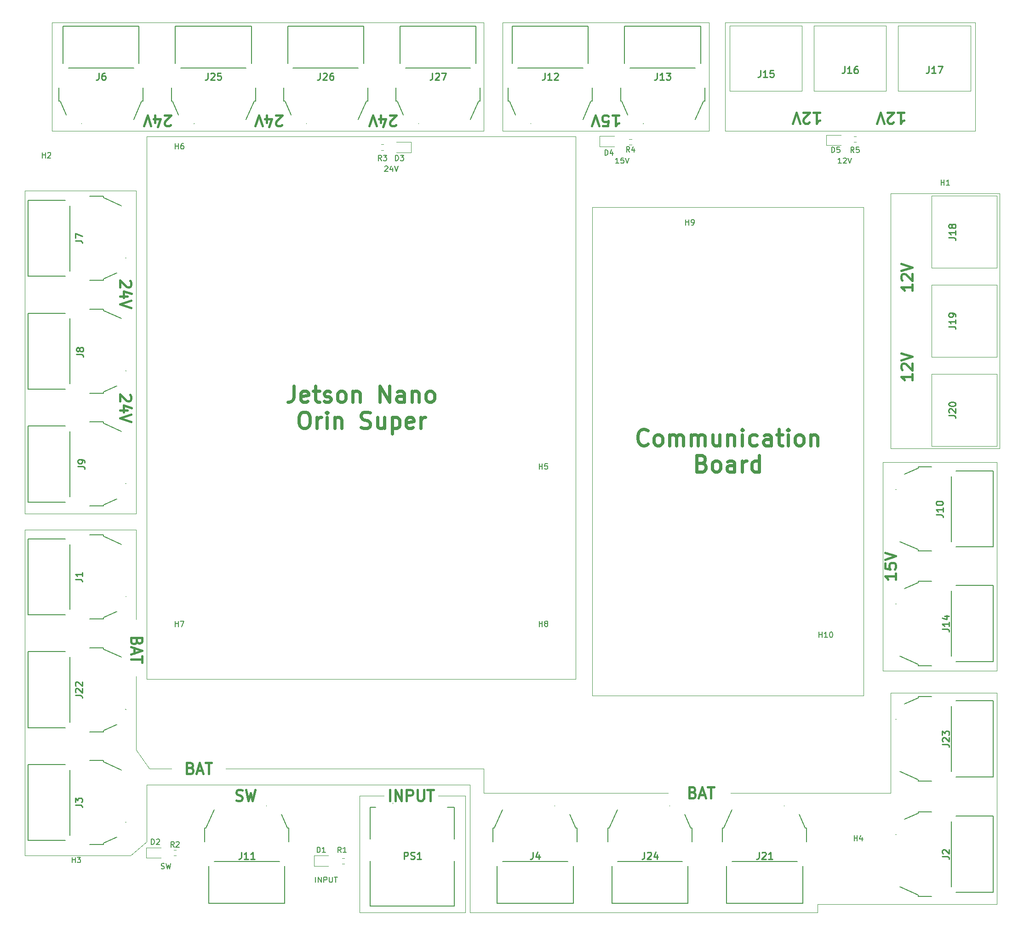
<source format=gbr>
%TF.GenerationSoftware,KiCad,Pcbnew,9.0.2*%
%TF.CreationDate,2025-07-22T14:00:08+09:00*%
%TF.ProjectId,Power_Distribution_Board,506f7765-725f-4446-9973-747269627574,rev?*%
%TF.SameCoordinates,Original*%
%TF.FileFunction,Legend,Top*%
%TF.FilePolarity,Positive*%
%FSLAX46Y46*%
G04 Gerber Fmt 4.6, Leading zero omitted, Abs format (unit mm)*
G04 Created by KiCad (PCBNEW 9.0.2) date 2025-07-22 14:00:08*
%MOMM*%
%LPD*%
G01*
G04 APERTURE LIST*
%ADD10C,0.100000*%
%ADD11C,0.600000*%
%ADD12C,0.400000*%
%ADD13C,0.150000*%
%ADD14C,0.254000*%
%ADD15C,0.120000*%
%ADD16C,0.200000*%
G04 APERTURE END LIST*
D10*
X77000000Y-69000000D02*
X156000000Y-69000000D01*
X156000000Y-169000000D01*
X77000000Y-169000000D01*
X77000000Y-69000000D01*
X159000000Y-82000000D02*
X209000000Y-82000000D01*
X209000000Y-172000000D01*
X159000000Y-172000000D01*
X159000000Y-82000000D01*
X200500000Y-212000000D02*
X200500000Y-210500000D01*
X136500000Y-188500000D02*
X136500000Y-212000000D01*
X75000000Y-182000000D02*
X75000000Y-168500000D01*
X91500000Y-185500000D02*
X139000000Y-185500000D01*
X233500000Y-210500000D02*
X233500000Y-171500000D01*
X75000000Y-182000000D02*
X77500000Y-185500000D01*
X135650000Y-212000000D02*
X135650000Y-190500000D01*
X54500000Y-141500000D02*
X54500000Y-201500000D01*
X120650000Y-190500000D02*
X116150000Y-190500000D01*
X173000000Y-190000000D02*
X139000000Y-190000000D01*
X142500000Y-48000000D02*
X180500000Y-48000000D01*
X180500000Y-68000000D01*
X142500000Y-68000000D01*
X142500000Y-48000000D01*
X212500000Y-129000000D02*
X233500000Y-129000000D01*
X233500000Y-167500000D01*
X212500000Y-167500000D01*
X212500000Y-129000000D01*
X116150000Y-190500000D02*
X116150000Y-212000000D01*
X200500000Y-210500000D02*
X233500000Y-210500000D01*
X54500000Y-201500000D02*
X74000000Y-201500000D01*
X54500000Y-79000000D02*
X75000000Y-79000000D01*
X75000000Y-138500000D01*
X54500000Y-138500000D01*
X54500000Y-79000000D01*
X135650000Y-190500000D02*
X130650000Y-190500000D01*
X74000000Y-201500000D02*
X77000000Y-199000000D01*
X214000000Y-79500000D02*
X234000000Y-79500000D01*
X234000000Y-126500000D01*
X214000000Y-126500000D01*
X214000000Y-79500000D01*
X233500000Y-171500000D02*
X214000000Y-171500000D01*
X139000000Y-185500000D02*
X139000000Y-190000000D01*
X116150000Y-212000000D02*
X135650000Y-212000000D01*
X77000000Y-199000000D02*
X77000000Y-188500000D01*
X59500000Y-48000000D02*
X139000000Y-48000000D01*
X139000000Y-68000000D01*
X59500000Y-68000000D01*
X59500000Y-48000000D01*
X77500000Y-185500000D02*
X81500000Y-185500000D01*
X214000000Y-190000000D02*
X184500000Y-190000000D01*
X183500000Y-48000000D02*
X229500000Y-48000000D01*
X229500000Y-68000000D01*
X183500000Y-68000000D01*
X183500000Y-48000000D01*
X214000000Y-171500000D02*
X214000000Y-190000000D01*
X75000000Y-158000000D02*
X75000000Y-141500000D01*
X136500000Y-212000000D02*
X200500000Y-212000000D01*
X75000000Y-141500000D02*
X54500000Y-141500000D01*
X98500000Y-188500000D02*
X136500000Y-188500000D01*
X77000000Y-188500000D02*
X99000000Y-188500000D01*
D11*
X104071428Y-114941741D02*
X104071428Y-117084598D01*
X104071428Y-117084598D02*
X103928571Y-117513169D01*
X103928571Y-117513169D02*
X103642857Y-117798884D01*
X103642857Y-117798884D02*
X103214285Y-117941741D01*
X103214285Y-117941741D02*
X102928571Y-117941741D01*
X106642856Y-117798884D02*
X106357142Y-117941741D01*
X106357142Y-117941741D02*
X105785714Y-117941741D01*
X105785714Y-117941741D02*
X105499999Y-117798884D01*
X105499999Y-117798884D02*
X105357142Y-117513169D01*
X105357142Y-117513169D02*
X105357142Y-116370312D01*
X105357142Y-116370312D02*
X105499999Y-116084598D01*
X105499999Y-116084598D02*
X105785714Y-115941741D01*
X105785714Y-115941741D02*
X106357142Y-115941741D01*
X106357142Y-115941741D02*
X106642856Y-116084598D01*
X106642856Y-116084598D02*
X106785714Y-116370312D01*
X106785714Y-116370312D02*
X106785714Y-116656026D01*
X106785714Y-116656026D02*
X105357142Y-116941741D01*
X107642857Y-115941741D02*
X108785714Y-115941741D01*
X108071428Y-114941741D02*
X108071428Y-117513169D01*
X108071428Y-117513169D02*
X108214285Y-117798884D01*
X108214285Y-117798884D02*
X108500000Y-117941741D01*
X108500000Y-117941741D02*
X108785714Y-117941741D01*
X109642857Y-117798884D02*
X109928571Y-117941741D01*
X109928571Y-117941741D02*
X110500000Y-117941741D01*
X110500000Y-117941741D02*
X110785714Y-117798884D01*
X110785714Y-117798884D02*
X110928571Y-117513169D01*
X110928571Y-117513169D02*
X110928571Y-117370312D01*
X110928571Y-117370312D02*
X110785714Y-117084598D01*
X110785714Y-117084598D02*
X110500000Y-116941741D01*
X110500000Y-116941741D02*
X110071429Y-116941741D01*
X110071429Y-116941741D02*
X109785714Y-116798884D01*
X109785714Y-116798884D02*
X109642857Y-116513169D01*
X109642857Y-116513169D02*
X109642857Y-116370312D01*
X109642857Y-116370312D02*
X109785714Y-116084598D01*
X109785714Y-116084598D02*
X110071429Y-115941741D01*
X110071429Y-115941741D02*
X110500000Y-115941741D01*
X110500000Y-115941741D02*
X110785714Y-116084598D01*
X112642857Y-117941741D02*
X112357142Y-117798884D01*
X112357142Y-117798884D02*
X112214285Y-117656026D01*
X112214285Y-117656026D02*
X112071428Y-117370312D01*
X112071428Y-117370312D02*
X112071428Y-116513169D01*
X112071428Y-116513169D02*
X112214285Y-116227455D01*
X112214285Y-116227455D02*
X112357142Y-116084598D01*
X112357142Y-116084598D02*
X112642857Y-115941741D01*
X112642857Y-115941741D02*
X113071428Y-115941741D01*
X113071428Y-115941741D02*
X113357142Y-116084598D01*
X113357142Y-116084598D02*
X113500000Y-116227455D01*
X113500000Y-116227455D02*
X113642857Y-116513169D01*
X113642857Y-116513169D02*
X113642857Y-117370312D01*
X113642857Y-117370312D02*
X113500000Y-117656026D01*
X113500000Y-117656026D02*
X113357142Y-117798884D01*
X113357142Y-117798884D02*
X113071428Y-117941741D01*
X113071428Y-117941741D02*
X112642857Y-117941741D01*
X114928571Y-115941741D02*
X114928571Y-117941741D01*
X114928571Y-116227455D02*
X115071428Y-116084598D01*
X115071428Y-116084598D02*
X115357143Y-115941741D01*
X115357143Y-115941741D02*
X115785714Y-115941741D01*
X115785714Y-115941741D02*
X116071428Y-116084598D01*
X116071428Y-116084598D02*
X116214286Y-116370312D01*
X116214286Y-116370312D02*
X116214286Y-117941741D01*
X119928571Y-117941741D02*
X119928571Y-114941741D01*
X119928571Y-114941741D02*
X121642857Y-117941741D01*
X121642857Y-117941741D02*
X121642857Y-114941741D01*
X124357143Y-117941741D02*
X124357143Y-116370312D01*
X124357143Y-116370312D02*
X124214285Y-116084598D01*
X124214285Y-116084598D02*
X123928571Y-115941741D01*
X123928571Y-115941741D02*
X123357143Y-115941741D01*
X123357143Y-115941741D02*
X123071428Y-116084598D01*
X124357143Y-117798884D02*
X124071428Y-117941741D01*
X124071428Y-117941741D02*
X123357143Y-117941741D01*
X123357143Y-117941741D02*
X123071428Y-117798884D01*
X123071428Y-117798884D02*
X122928571Y-117513169D01*
X122928571Y-117513169D02*
X122928571Y-117227455D01*
X122928571Y-117227455D02*
X123071428Y-116941741D01*
X123071428Y-116941741D02*
X123357143Y-116798884D01*
X123357143Y-116798884D02*
X124071428Y-116798884D01*
X124071428Y-116798884D02*
X124357143Y-116656026D01*
X125785714Y-115941741D02*
X125785714Y-117941741D01*
X125785714Y-116227455D02*
X125928571Y-116084598D01*
X125928571Y-116084598D02*
X126214286Y-115941741D01*
X126214286Y-115941741D02*
X126642857Y-115941741D01*
X126642857Y-115941741D02*
X126928571Y-116084598D01*
X126928571Y-116084598D02*
X127071429Y-116370312D01*
X127071429Y-116370312D02*
X127071429Y-117941741D01*
X128928572Y-117941741D02*
X128642857Y-117798884D01*
X128642857Y-117798884D02*
X128500000Y-117656026D01*
X128500000Y-117656026D02*
X128357143Y-117370312D01*
X128357143Y-117370312D02*
X128357143Y-116513169D01*
X128357143Y-116513169D02*
X128500000Y-116227455D01*
X128500000Y-116227455D02*
X128642857Y-116084598D01*
X128642857Y-116084598D02*
X128928572Y-115941741D01*
X128928572Y-115941741D02*
X129357143Y-115941741D01*
X129357143Y-115941741D02*
X129642857Y-116084598D01*
X129642857Y-116084598D02*
X129785715Y-116227455D01*
X129785715Y-116227455D02*
X129928572Y-116513169D01*
X129928572Y-116513169D02*
X129928572Y-117370312D01*
X129928572Y-117370312D02*
X129785715Y-117656026D01*
X129785715Y-117656026D02*
X129642857Y-117798884D01*
X129642857Y-117798884D02*
X129357143Y-117941741D01*
X129357143Y-117941741D02*
X128928572Y-117941741D01*
X105714285Y-119771573D02*
X106285713Y-119771573D01*
X106285713Y-119771573D02*
X106571428Y-119914430D01*
X106571428Y-119914430D02*
X106857142Y-120200144D01*
X106857142Y-120200144D02*
X106999999Y-120771573D01*
X106999999Y-120771573D02*
X106999999Y-121771573D01*
X106999999Y-121771573D02*
X106857142Y-122343001D01*
X106857142Y-122343001D02*
X106571428Y-122628716D01*
X106571428Y-122628716D02*
X106285713Y-122771573D01*
X106285713Y-122771573D02*
X105714285Y-122771573D01*
X105714285Y-122771573D02*
X105428571Y-122628716D01*
X105428571Y-122628716D02*
X105142856Y-122343001D01*
X105142856Y-122343001D02*
X104999999Y-121771573D01*
X104999999Y-121771573D02*
X104999999Y-120771573D01*
X104999999Y-120771573D02*
X105142856Y-120200144D01*
X105142856Y-120200144D02*
X105428571Y-119914430D01*
X105428571Y-119914430D02*
X105714285Y-119771573D01*
X108285713Y-122771573D02*
X108285713Y-120771573D01*
X108285713Y-121343001D02*
X108428570Y-121057287D01*
X108428570Y-121057287D02*
X108571428Y-120914430D01*
X108571428Y-120914430D02*
X108857142Y-120771573D01*
X108857142Y-120771573D02*
X109142856Y-120771573D01*
X110142856Y-122771573D02*
X110142856Y-120771573D01*
X110142856Y-119771573D02*
X109999999Y-119914430D01*
X109999999Y-119914430D02*
X110142856Y-120057287D01*
X110142856Y-120057287D02*
X110285713Y-119914430D01*
X110285713Y-119914430D02*
X110142856Y-119771573D01*
X110142856Y-119771573D02*
X110142856Y-120057287D01*
X111571427Y-120771573D02*
X111571427Y-122771573D01*
X111571427Y-121057287D02*
X111714284Y-120914430D01*
X111714284Y-120914430D02*
X111999999Y-120771573D01*
X111999999Y-120771573D02*
X112428570Y-120771573D01*
X112428570Y-120771573D02*
X112714284Y-120914430D01*
X112714284Y-120914430D02*
X112857142Y-121200144D01*
X112857142Y-121200144D02*
X112857142Y-122771573D01*
X116428570Y-122628716D02*
X116857142Y-122771573D01*
X116857142Y-122771573D02*
X117571427Y-122771573D01*
X117571427Y-122771573D02*
X117857142Y-122628716D01*
X117857142Y-122628716D02*
X117999999Y-122485858D01*
X117999999Y-122485858D02*
X118142856Y-122200144D01*
X118142856Y-122200144D02*
X118142856Y-121914430D01*
X118142856Y-121914430D02*
X117999999Y-121628716D01*
X117999999Y-121628716D02*
X117857142Y-121485858D01*
X117857142Y-121485858D02*
X117571427Y-121343001D01*
X117571427Y-121343001D02*
X116999999Y-121200144D01*
X116999999Y-121200144D02*
X116714284Y-121057287D01*
X116714284Y-121057287D02*
X116571427Y-120914430D01*
X116571427Y-120914430D02*
X116428570Y-120628716D01*
X116428570Y-120628716D02*
X116428570Y-120343001D01*
X116428570Y-120343001D02*
X116571427Y-120057287D01*
X116571427Y-120057287D02*
X116714284Y-119914430D01*
X116714284Y-119914430D02*
X116999999Y-119771573D01*
X116999999Y-119771573D02*
X117714284Y-119771573D01*
X117714284Y-119771573D02*
X118142856Y-119914430D01*
X120714285Y-120771573D02*
X120714285Y-122771573D01*
X119428570Y-120771573D02*
X119428570Y-122343001D01*
X119428570Y-122343001D02*
X119571427Y-122628716D01*
X119571427Y-122628716D02*
X119857142Y-122771573D01*
X119857142Y-122771573D02*
X120285713Y-122771573D01*
X120285713Y-122771573D02*
X120571427Y-122628716D01*
X120571427Y-122628716D02*
X120714285Y-122485858D01*
X122142856Y-120771573D02*
X122142856Y-123771573D01*
X122142856Y-120914430D02*
X122428571Y-120771573D01*
X122428571Y-120771573D02*
X122999999Y-120771573D01*
X122999999Y-120771573D02*
X123285713Y-120914430D01*
X123285713Y-120914430D02*
X123428571Y-121057287D01*
X123428571Y-121057287D02*
X123571428Y-121343001D01*
X123571428Y-121343001D02*
X123571428Y-122200144D01*
X123571428Y-122200144D02*
X123428571Y-122485858D01*
X123428571Y-122485858D02*
X123285713Y-122628716D01*
X123285713Y-122628716D02*
X122999999Y-122771573D01*
X122999999Y-122771573D02*
X122428571Y-122771573D01*
X122428571Y-122771573D02*
X122142856Y-122628716D01*
X125999999Y-122628716D02*
X125714285Y-122771573D01*
X125714285Y-122771573D02*
X125142857Y-122771573D01*
X125142857Y-122771573D02*
X124857142Y-122628716D01*
X124857142Y-122628716D02*
X124714285Y-122343001D01*
X124714285Y-122343001D02*
X124714285Y-121200144D01*
X124714285Y-121200144D02*
X124857142Y-120914430D01*
X124857142Y-120914430D02*
X125142857Y-120771573D01*
X125142857Y-120771573D02*
X125714285Y-120771573D01*
X125714285Y-120771573D02*
X125999999Y-120914430D01*
X125999999Y-120914430D02*
X126142857Y-121200144D01*
X126142857Y-121200144D02*
X126142857Y-121485858D01*
X126142857Y-121485858D02*
X124714285Y-121771573D01*
X127428571Y-122771573D02*
X127428571Y-120771573D01*
X127428571Y-121343001D02*
X127571428Y-121057287D01*
X127571428Y-121057287D02*
X127714286Y-120914430D01*
X127714286Y-120914430D02*
X128000000Y-120771573D01*
X128000000Y-120771573D02*
X128285714Y-120771573D01*
D12*
X217904438Y-112738095D02*
X217904438Y-113880952D01*
X217904438Y-113309524D02*
X215904438Y-113309524D01*
X215904438Y-113309524D02*
X216190152Y-113500000D01*
X216190152Y-113500000D02*
X216380628Y-113690476D01*
X216380628Y-113690476D02*
X216475866Y-113880952D01*
X216094914Y-111976190D02*
X215999676Y-111880952D01*
X215999676Y-111880952D02*
X215904438Y-111690476D01*
X215904438Y-111690476D02*
X215904438Y-111214285D01*
X215904438Y-111214285D02*
X215999676Y-111023809D01*
X215999676Y-111023809D02*
X216094914Y-110928571D01*
X216094914Y-110928571D02*
X216285390Y-110833333D01*
X216285390Y-110833333D02*
X216475866Y-110833333D01*
X216475866Y-110833333D02*
X216761580Y-110928571D01*
X216761580Y-110928571D02*
X217904438Y-112071428D01*
X217904438Y-112071428D02*
X217904438Y-110833333D01*
X215904438Y-110261904D02*
X217904438Y-109595238D01*
X217904438Y-109595238D02*
X215904438Y-108928571D01*
X199738095Y-64595561D02*
X200880952Y-64595561D01*
X200309524Y-64595561D02*
X200309524Y-66595561D01*
X200309524Y-66595561D02*
X200500000Y-66309847D01*
X200500000Y-66309847D02*
X200690476Y-66119371D01*
X200690476Y-66119371D02*
X200880952Y-66024133D01*
X198976190Y-66405085D02*
X198880952Y-66500323D01*
X198880952Y-66500323D02*
X198690476Y-66595561D01*
X198690476Y-66595561D02*
X198214285Y-66595561D01*
X198214285Y-66595561D02*
X198023809Y-66500323D01*
X198023809Y-66500323D02*
X197928571Y-66405085D01*
X197928571Y-66405085D02*
X197833333Y-66214609D01*
X197833333Y-66214609D02*
X197833333Y-66024133D01*
X197833333Y-66024133D02*
X197928571Y-65738419D01*
X197928571Y-65738419D02*
X199071428Y-64595561D01*
X199071428Y-64595561D02*
X197833333Y-64595561D01*
X197261904Y-66595561D02*
X196595238Y-64595561D01*
X196595238Y-64595561D02*
X195928571Y-66595561D01*
X162738095Y-65095561D02*
X163880952Y-65095561D01*
X163309524Y-65095561D02*
X163309524Y-67095561D01*
X163309524Y-67095561D02*
X163500000Y-66809847D01*
X163500000Y-66809847D02*
X163690476Y-66619371D01*
X163690476Y-66619371D02*
X163880952Y-66524133D01*
X160928571Y-67095561D02*
X161880952Y-67095561D01*
X161880952Y-67095561D02*
X161976190Y-66143180D01*
X161976190Y-66143180D02*
X161880952Y-66238419D01*
X161880952Y-66238419D02*
X161690476Y-66333657D01*
X161690476Y-66333657D02*
X161214285Y-66333657D01*
X161214285Y-66333657D02*
X161023809Y-66238419D01*
X161023809Y-66238419D02*
X160928571Y-66143180D01*
X160928571Y-66143180D02*
X160833333Y-65952704D01*
X160833333Y-65952704D02*
X160833333Y-65476514D01*
X160833333Y-65476514D02*
X160928571Y-65286038D01*
X160928571Y-65286038D02*
X161023809Y-65190800D01*
X161023809Y-65190800D02*
X161214285Y-65095561D01*
X161214285Y-65095561D02*
X161690476Y-65095561D01*
X161690476Y-65095561D02*
X161880952Y-65190800D01*
X161880952Y-65190800D02*
X161976190Y-65286038D01*
X160261904Y-67095561D02*
X159595238Y-65095561D01*
X159595238Y-65095561D02*
X158928571Y-67095561D01*
X121792857Y-191404438D02*
X121792857Y-189404438D01*
X122745238Y-191404438D02*
X122745238Y-189404438D01*
X122745238Y-189404438D02*
X123888095Y-191404438D01*
X123888095Y-191404438D02*
X123888095Y-189404438D01*
X124840476Y-191404438D02*
X124840476Y-189404438D01*
X124840476Y-189404438D02*
X125602381Y-189404438D01*
X125602381Y-189404438D02*
X125792857Y-189499676D01*
X125792857Y-189499676D02*
X125888095Y-189594914D01*
X125888095Y-189594914D02*
X125983333Y-189785390D01*
X125983333Y-189785390D02*
X125983333Y-190071104D01*
X125983333Y-190071104D02*
X125888095Y-190261580D01*
X125888095Y-190261580D02*
X125792857Y-190356819D01*
X125792857Y-190356819D02*
X125602381Y-190452057D01*
X125602381Y-190452057D02*
X124840476Y-190452057D01*
X126840476Y-189404438D02*
X126840476Y-191023485D01*
X126840476Y-191023485D02*
X126935714Y-191213961D01*
X126935714Y-191213961D02*
X127030952Y-191309200D01*
X127030952Y-191309200D02*
X127221428Y-191404438D01*
X127221428Y-191404438D02*
X127602381Y-191404438D01*
X127602381Y-191404438D02*
X127792857Y-191309200D01*
X127792857Y-191309200D02*
X127888095Y-191213961D01*
X127888095Y-191213961D02*
X127983333Y-191023485D01*
X127983333Y-191023485D02*
X127983333Y-189404438D01*
X128650000Y-189404438D02*
X129792857Y-189404438D01*
X129221428Y-191404438D02*
X129221428Y-189404438D01*
X215238095Y-64595561D02*
X216380952Y-64595561D01*
X215809524Y-64595561D02*
X215809524Y-66595561D01*
X215809524Y-66595561D02*
X216000000Y-66309847D01*
X216000000Y-66309847D02*
X216190476Y-66119371D01*
X216190476Y-66119371D02*
X216380952Y-66024133D01*
X214476190Y-66405085D02*
X214380952Y-66500323D01*
X214380952Y-66500323D02*
X214190476Y-66595561D01*
X214190476Y-66595561D02*
X213714285Y-66595561D01*
X213714285Y-66595561D02*
X213523809Y-66500323D01*
X213523809Y-66500323D02*
X213428571Y-66405085D01*
X213428571Y-66405085D02*
X213333333Y-66214609D01*
X213333333Y-66214609D02*
X213333333Y-66024133D01*
X213333333Y-66024133D02*
X213428571Y-65738419D01*
X213428571Y-65738419D02*
X214571428Y-64595561D01*
X214571428Y-64595561D02*
X213333333Y-64595561D01*
X212761904Y-66595561D02*
X212095238Y-64595561D01*
X212095238Y-64595561D02*
X211428571Y-66595561D01*
X81380952Y-66905085D02*
X81285714Y-67000323D01*
X81285714Y-67000323D02*
X81095238Y-67095561D01*
X81095238Y-67095561D02*
X80619047Y-67095561D01*
X80619047Y-67095561D02*
X80428571Y-67000323D01*
X80428571Y-67000323D02*
X80333333Y-66905085D01*
X80333333Y-66905085D02*
X80238095Y-66714609D01*
X80238095Y-66714609D02*
X80238095Y-66524133D01*
X80238095Y-66524133D02*
X80333333Y-66238419D01*
X80333333Y-66238419D02*
X81476190Y-65095561D01*
X81476190Y-65095561D02*
X80238095Y-65095561D01*
X78523809Y-66428895D02*
X78523809Y-65095561D01*
X79000000Y-67190800D02*
X79476190Y-65762228D01*
X79476190Y-65762228D02*
X78238095Y-65762228D01*
X77761904Y-67095561D02*
X77095238Y-65095561D01*
X77095238Y-65095561D02*
X76428571Y-67095561D01*
X122880952Y-66905085D02*
X122785714Y-67000323D01*
X122785714Y-67000323D02*
X122595238Y-67095561D01*
X122595238Y-67095561D02*
X122119047Y-67095561D01*
X122119047Y-67095561D02*
X121928571Y-67000323D01*
X121928571Y-67000323D02*
X121833333Y-66905085D01*
X121833333Y-66905085D02*
X121738095Y-66714609D01*
X121738095Y-66714609D02*
X121738095Y-66524133D01*
X121738095Y-66524133D02*
X121833333Y-66238419D01*
X121833333Y-66238419D02*
X122976190Y-65095561D01*
X122976190Y-65095561D02*
X121738095Y-65095561D01*
X120023809Y-66428895D02*
X120023809Y-65095561D01*
X120500000Y-67190800D02*
X120976190Y-65762228D01*
X120976190Y-65762228D02*
X119738095Y-65762228D01*
X119261904Y-67095561D02*
X118595238Y-65095561D01*
X118595238Y-65095561D02*
X117928571Y-67095561D01*
X73905085Y-116619047D02*
X74000323Y-116714285D01*
X74000323Y-116714285D02*
X74095561Y-116904761D01*
X74095561Y-116904761D02*
X74095561Y-117380952D01*
X74095561Y-117380952D02*
X74000323Y-117571428D01*
X74000323Y-117571428D02*
X73905085Y-117666666D01*
X73905085Y-117666666D02*
X73714609Y-117761904D01*
X73714609Y-117761904D02*
X73524133Y-117761904D01*
X73524133Y-117761904D02*
X73238419Y-117666666D01*
X73238419Y-117666666D02*
X72095561Y-116523809D01*
X72095561Y-116523809D02*
X72095561Y-117761904D01*
X73428895Y-119476190D02*
X72095561Y-119476190D01*
X74190800Y-118999999D02*
X72762228Y-118523809D01*
X72762228Y-118523809D02*
X72762228Y-119761904D01*
X74095561Y-120238095D02*
X72095561Y-120904761D01*
X72095561Y-120904761D02*
X74095561Y-121571428D01*
X85023809Y-185356819D02*
X85309523Y-185452057D01*
X85309523Y-185452057D02*
X85404761Y-185547295D01*
X85404761Y-185547295D02*
X85499999Y-185737771D01*
X85499999Y-185737771D02*
X85499999Y-186023485D01*
X85499999Y-186023485D02*
X85404761Y-186213961D01*
X85404761Y-186213961D02*
X85309523Y-186309200D01*
X85309523Y-186309200D02*
X85119047Y-186404438D01*
X85119047Y-186404438D02*
X84357142Y-186404438D01*
X84357142Y-186404438D02*
X84357142Y-184404438D01*
X84357142Y-184404438D02*
X85023809Y-184404438D01*
X85023809Y-184404438D02*
X85214285Y-184499676D01*
X85214285Y-184499676D02*
X85309523Y-184594914D01*
X85309523Y-184594914D02*
X85404761Y-184785390D01*
X85404761Y-184785390D02*
X85404761Y-184975866D01*
X85404761Y-184975866D02*
X85309523Y-185166342D01*
X85309523Y-185166342D02*
X85214285Y-185261580D01*
X85214285Y-185261580D02*
X85023809Y-185356819D01*
X85023809Y-185356819D02*
X84357142Y-185356819D01*
X86261904Y-185833009D02*
X87214285Y-185833009D01*
X86071428Y-186404438D02*
X86738094Y-184404438D01*
X86738094Y-184404438D02*
X87404761Y-186404438D01*
X87785714Y-184404438D02*
X88928571Y-184404438D01*
X88357142Y-186404438D02*
X88357142Y-184404438D01*
D11*
X169214285Y-125656026D02*
X169071428Y-125798884D01*
X169071428Y-125798884D02*
X168642856Y-125941741D01*
X168642856Y-125941741D02*
X168357142Y-125941741D01*
X168357142Y-125941741D02*
X167928571Y-125798884D01*
X167928571Y-125798884D02*
X167642856Y-125513169D01*
X167642856Y-125513169D02*
X167499999Y-125227455D01*
X167499999Y-125227455D02*
X167357142Y-124656026D01*
X167357142Y-124656026D02*
X167357142Y-124227455D01*
X167357142Y-124227455D02*
X167499999Y-123656026D01*
X167499999Y-123656026D02*
X167642856Y-123370312D01*
X167642856Y-123370312D02*
X167928571Y-123084598D01*
X167928571Y-123084598D02*
X168357142Y-122941741D01*
X168357142Y-122941741D02*
X168642856Y-122941741D01*
X168642856Y-122941741D02*
X169071428Y-123084598D01*
X169071428Y-123084598D02*
X169214285Y-123227455D01*
X170928571Y-125941741D02*
X170642856Y-125798884D01*
X170642856Y-125798884D02*
X170499999Y-125656026D01*
X170499999Y-125656026D02*
X170357142Y-125370312D01*
X170357142Y-125370312D02*
X170357142Y-124513169D01*
X170357142Y-124513169D02*
X170499999Y-124227455D01*
X170499999Y-124227455D02*
X170642856Y-124084598D01*
X170642856Y-124084598D02*
X170928571Y-123941741D01*
X170928571Y-123941741D02*
X171357142Y-123941741D01*
X171357142Y-123941741D02*
X171642856Y-124084598D01*
X171642856Y-124084598D02*
X171785714Y-124227455D01*
X171785714Y-124227455D02*
X171928571Y-124513169D01*
X171928571Y-124513169D02*
X171928571Y-125370312D01*
X171928571Y-125370312D02*
X171785714Y-125656026D01*
X171785714Y-125656026D02*
X171642856Y-125798884D01*
X171642856Y-125798884D02*
X171357142Y-125941741D01*
X171357142Y-125941741D02*
X170928571Y-125941741D01*
X173214285Y-125941741D02*
X173214285Y-123941741D01*
X173214285Y-124227455D02*
X173357142Y-124084598D01*
X173357142Y-124084598D02*
X173642857Y-123941741D01*
X173642857Y-123941741D02*
X174071428Y-123941741D01*
X174071428Y-123941741D02*
X174357142Y-124084598D01*
X174357142Y-124084598D02*
X174500000Y-124370312D01*
X174500000Y-124370312D02*
X174500000Y-125941741D01*
X174500000Y-124370312D02*
X174642857Y-124084598D01*
X174642857Y-124084598D02*
X174928571Y-123941741D01*
X174928571Y-123941741D02*
X175357142Y-123941741D01*
X175357142Y-123941741D02*
X175642857Y-124084598D01*
X175642857Y-124084598D02*
X175785714Y-124370312D01*
X175785714Y-124370312D02*
X175785714Y-125941741D01*
X177214285Y-125941741D02*
X177214285Y-123941741D01*
X177214285Y-124227455D02*
X177357142Y-124084598D01*
X177357142Y-124084598D02*
X177642857Y-123941741D01*
X177642857Y-123941741D02*
X178071428Y-123941741D01*
X178071428Y-123941741D02*
X178357142Y-124084598D01*
X178357142Y-124084598D02*
X178500000Y-124370312D01*
X178500000Y-124370312D02*
X178500000Y-125941741D01*
X178500000Y-124370312D02*
X178642857Y-124084598D01*
X178642857Y-124084598D02*
X178928571Y-123941741D01*
X178928571Y-123941741D02*
X179357142Y-123941741D01*
X179357142Y-123941741D02*
X179642857Y-124084598D01*
X179642857Y-124084598D02*
X179785714Y-124370312D01*
X179785714Y-124370312D02*
X179785714Y-125941741D01*
X182500000Y-123941741D02*
X182500000Y-125941741D01*
X181214285Y-123941741D02*
X181214285Y-125513169D01*
X181214285Y-125513169D02*
X181357142Y-125798884D01*
X181357142Y-125798884D02*
X181642857Y-125941741D01*
X181642857Y-125941741D02*
X182071428Y-125941741D01*
X182071428Y-125941741D02*
X182357142Y-125798884D01*
X182357142Y-125798884D02*
X182500000Y-125656026D01*
X183928571Y-123941741D02*
X183928571Y-125941741D01*
X183928571Y-124227455D02*
X184071428Y-124084598D01*
X184071428Y-124084598D02*
X184357143Y-123941741D01*
X184357143Y-123941741D02*
X184785714Y-123941741D01*
X184785714Y-123941741D02*
X185071428Y-124084598D01*
X185071428Y-124084598D02*
X185214286Y-124370312D01*
X185214286Y-124370312D02*
X185214286Y-125941741D01*
X186642857Y-125941741D02*
X186642857Y-123941741D01*
X186642857Y-122941741D02*
X186500000Y-123084598D01*
X186500000Y-123084598D02*
X186642857Y-123227455D01*
X186642857Y-123227455D02*
X186785714Y-123084598D01*
X186785714Y-123084598D02*
X186642857Y-122941741D01*
X186642857Y-122941741D02*
X186642857Y-123227455D01*
X189357143Y-125798884D02*
X189071428Y-125941741D01*
X189071428Y-125941741D02*
X188500000Y-125941741D01*
X188500000Y-125941741D02*
X188214285Y-125798884D01*
X188214285Y-125798884D02*
X188071428Y-125656026D01*
X188071428Y-125656026D02*
X187928571Y-125370312D01*
X187928571Y-125370312D02*
X187928571Y-124513169D01*
X187928571Y-124513169D02*
X188071428Y-124227455D01*
X188071428Y-124227455D02*
X188214285Y-124084598D01*
X188214285Y-124084598D02*
X188500000Y-123941741D01*
X188500000Y-123941741D02*
X189071428Y-123941741D01*
X189071428Y-123941741D02*
X189357143Y-124084598D01*
X191928572Y-125941741D02*
X191928572Y-124370312D01*
X191928572Y-124370312D02*
X191785714Y-124084598D01*
X191785714Y-124084598D02*
X191500000Y-123941741D01*
X191500000Y-123941741D02*
X190928572Y-123941741D01*
X190928572Y-123941741D02*
X190642857Y-124084598D01*
X191928572Y-125798884D02*
X191642857Y-125941741D01*
X191642857Y-125941741D02*
X190928572Y-125941741D01*
X190928572Y-125941741D02*
X190642857Y-125798884D01*
X190642857Y-125798884D02*
X190500000Y-125513169D01*
X190500000Y-125513169D02*
X190500000Y-125227455D01*
X190500000Y-125227455D02*
X190642857Y-124941741D01*
X190642857Y-124941741D02*
X190928572Y-124798884D01*
X190928572Y-124798884D02*
X191642857Y-124798884D01*
X191642857Y-124798884D02*
X191928572Y-124656026D01*
X192928572Y-123941741D02*
X194071429Y-123941741D01*
X193357143Y-122941741D02*
X193357143Y-125513169D01*
X193357143Y-125513169D02*
X193500000Y-125798884D01*
X193500000Y-125798884D02*
X193785715Y-125941741D01*
X193785715Y-125941741D02*
X194071429Y-125941741D01*
X195071429Y-125941741D02*
X195071429Y-123941741D01*
X195071429Y-122941741D02*
X194928572Y-123084598D01*
X194928572Y-123084598D02*
X195071429Y-123227455D01*
X195071429Y-123227455D02*
X195214286Y-123084598D01*
X195214286Y-123084598D02*
X195071429Y-122941741D01*
X195071429Y-122941741D02*
X195071429Y-123227455D01*
X196928572Y-125941741D02*
X196642857Y-125798884D01*
X196642857Y-125798884D02*
X196500000Y-125656026D01*
X196500000Y-125656026D02*
X196357143Y-125370312D01*
X196357143Y-125370312D02*
X196357143Y-124513169D01*
X196357143Y-124513169D02*
X196500000Y-124227455D01*
X196500000Y-124227455D02*
X196642857Y-124084598D01*
X196642857Y-124084598D02*
X196928572Y-123941741D01*
X196928572Y-123941741D02*
X197357143Y-123941741D01*
X197357143Y-123941741D02*
X197642857Y-124084598D01*
X197642857Y-124084598D02*
X197785715Y-124227455D01*
X197785715Y-124227455D02*
X197928572Y-124513169D01*
X197928572Y-124513169D02*
X197928572Y-125370312D01*
X197928572Y-125370312D02*
X197785715Y-125656026D01*
X197785715Y-125656026D02*
X197642857Y-125798884D01*
X197642857Y-125798884D02*
X197357143Y-125941741D01*
X197357143Y-125941741D02*
X196928572Y-125941741D01*
X199214286Y-123941741D02*
X199214286Y-125941741D01*
X199214286Y-124227455D02*
X199357143Y-124084598D01*
X199357143Y-124084598D02*
X199642858Y-123941741D01*
X199642858Y-123941741D02*
X200071429Y-123941741D01*
X200071429Y-123941741D02*
X200357143Y-124084598D01*
X200357143Y-124084598D02*
X200500001Y-124370312D01*
X200500001Y-124370312D02*
X200500001Y-125941741D01*
X179214285Y-129200144D02*
X179642857Y-129343001D01*
X179642857Y-129343001D02*
X179785714Y-129485858D01*
X179785714Y-129485858D02*
X179928571Y-129771573D01*
X179928571Y-129771573D02*
X179928571Y-130200144D01*
X179928571Y-130200144D02*
X179785714Y-130485858D01*
X179785714Y-130485858D02*
X179642857Y-130628716D01*
X179642857Y-130628716D02*
X179357142Y-130771573D01*
X179357142Y-130771573D02*
X178214285Y-130771573D01*
X178214285Y-130771573D02*
X178214285Y-127771573D01*
X178214285Y-127771573D02*
X179214285Y-127771573D01*
X179214285Y-127771573D02*
X179500000Y-127914430D01*
X179500000Y-127914430D02*
X179642857Y-128057287D01*
X179642857Y-128057287D02*
X179785714Y-128343001D01*
X179785714Y-128343001D02*
X179785714Y-128628716D01*
X179785714Y-128628716D02*
X179642857Y-128914430D01*
X179642857Y-128914430D02*
X179500000Y-129057287D01*
X179500000Y-129057287D02*
X179214285Y-129200144D01*
X179214285Y-129200144D02*
X178214285Y-129200144D01*
X181642857Y-130771573D02*
X181357142Y-130628716D01*
X181357142Y-130628716D02*
X181214285Y-130485858D01*
X181214285Y-130485858D02*
X181071428Y-130200144D01*
X181071428Y-130200144D02*
X181071428Y-129343001D01*
X181071428Y-129343001D02*
X181214285Y-129057287D01*
X181214285Y-129057287D02*
X181357142Y-128914430D01*
X181357142Y-128914430D02*
X181642857Y-128771573D01*
X181642857Y-128771573D02*
X182071428Y-128771573D01*
X182071428Y-128771573D02*
X182357142Y-128914430D01*
X182357142Y-128914430D02*
X182500000Y-129057287D01*
X182500000Y-129057287D02*
X182642857Y-129343001D01*
X182642857Y-129343001D02*
X182642857Y-130200144D01*
X182642857Y-130200144D02*
X182500000Y-130485858D01*
X182500000Y-130485858D02*
X182357142Y-130628716D01*
X182357142Y-130628716D02*
X182071428Y-130771573D01*
X182071428Y-130771573D02*
X181642857Y-130771573D01*
X185214286Y-130771573D02*
X185214286Y-129200144D01*
X185214286Y-129200144D02*
X185071428Y-128914430D01*
X185071428Y-128914430D02*
X184785714Y-128771573D01*
X184785714Y-128771573D02*
X184214286Y-128771573D01*
X184214286Y-128771573D02*
X183928571Y-128914430D01*
X185214286Y-130628716D02*
X184928571Y-130771573D01*
X184928571Y-130771573D02*
X184214286Y-130771573D01*
X184214286Y-130771573D02*
X183928571Y-130628716D01*
X183928571Y-130628716D02*
X183785714Y-130343001D01*
X183785714Y-130343001D02*
X183785714Y-130057287D01*
X183785714Y-130057287D02*
X183928571Y-129771573D01*
X183928571Y-129771573D02*
X184214286Y-129628716D01*
X184214286Y-129628716D02*
X184928571Y-129628716D01*
X184928571Y-129628716D02*
X185214286Y-129485858D01*
X186642857Y-130771573D02*
X186642857Y-128771573D01*
X186642857Y-129343001D02*
X186785714Y-129057287D01*
X186785714Y-129057287D02*
X186928572Y-128914430D01*
X186928572Y-128914430D02*
X187214286Y-128771573D01*
X187214286Y-128771573D02*
X187500000Y-128771573D01*
X189785715Y-130771573D02*
X189785715Y-127771573D01*
X189785715Y-130628716D02*
X189500000Y-130771573D01*
X189500000Y-130771573D02*
X188928572Y-130771573D01*
X188928572Y-130771573D02*
X188642857Y-130628716D01*
X188642857Y-130628716D02*
X188500000Y-130485858D01*
X188500000Y-130485858D02*
X188357143Y-130200144D01*
X188357143Y-130200144D02*
X188357143Y-129343001D01*
X188357143Y-129343001D02*
X188500000Y-129057287D01*
X188500000Y-129057287D02*
X188642857Y-128914430D01*
X188642857Y-128914430D02*
X188928572Y-128771573D01*
X188928572Y-128771573D02*
X189500000Y-128771573D01*
X189500000Y-128771573D02*
X189785715Y-128914430D01*
D12*
X214904438Y-149488095D02*
X214904438Y-150630952D01*
X214904438Y-150059524D02*
X212904438Y-150059524D01*
X212904438Y-150059524D02*
X213190152Y-150250000D01*
X213190152Y-150250000D02*
X213380628Y-150440476D01*
X213380628Y-150440476D02*
X213475866Y-150630952D01*
X212904438Y-147678571D02*
X212904438Y-148630952D01*
X212904438Y-148630952D02*
X213856819Y-148726190D01*
X213856819Y-148726190D02*
X213761580Y-148630952D01*
X213761580Y-148630952D02*
X213666342Y-148440476D01*
X213666342Y-148440476D02*
X213666342Y-147964285D01*
X213666342Y-147964285D02*
X213761580Y-147773809D01*
X213761580Y-147773809D02*
X213856819Y-147678571D01*
X213856819Y-147678571D02*
X214047295Y-147583333D01*
X214047295Y-147583333D02*
X214523485Y-147583333D01*
X214523485Y-147583333D02*
X214713961Y-147678571D01*
X214713961Y-147678571D02*
X214809200Y-147773809D01*
X214809200Y-147773809D02*
X214904438Y-147964285D01*
X214904438Y-147964285D02*
X214904438Y-148440476D01*
X214904438Y-148440476D02*
X214809200Y-148630952D01*
X214809200Y-148630952D02*
X214713961Y-148726190D01*
X212904438Y-147011904D02*
X214904438Y-146345238D01*
X214904438Y-146345238D02*
X212904438Y-145678571D01*
X101880952Y-66905085D02*
X101785714Y-67000323D01*
X101785714Y-67000323D02*
X101595238Y-67095561D01*
X101595238Y-67095561D02*
X101119047Y-67095561D01*
X101119047Y-67095561D02*
X100928571Y-67000323D01*
X100928571Y-67000323D02*
X100833333Y-66905085D01*
X100833333Y-66905085D02*
X100738095Y-66714609D01*
X100738095Y-66714609D02*
X100738095Y-66524133D01*
X100738095Y-66524133D02*
X100833333Y-66238419D01*
X100833333Y-66238419D02*
X101976190Y-65095561D01*
X101976190Y-65095561D02*
X100738095Y-65095561D01*
X99023809Y-66428895D02*
X99023809Y-65095561D01*
X99500000Y-67190800D02*
X99976190Y-65762228D01*
X99976190Y-65762228D02*
X98738095Y-65762228D01*
X98261904Y-67095561D02*
X97595238Y-65095561D01*
X97595238Y-65095561D02*
X96928571Y-67095561D01*
X93435714Y-191309200D02*
X93721428Y-191404438D01*
X93721428Y-191404438D02*
X94197619Y-191404438D01*
X94197619Y-191404438D02*
X94388095Y-191309200D01*
X94388095Y-191309200D02*
X94483333Y-191213961D01*
X94483333Y-191213961D02*
X94578571Y-191023485D01*
X94578571Y-191023485D02*
X94578571Y-190833009D01*
X94578571Y-190833009D02*
X94483333Y-190642533D01*
X94483333Y-190642533D02*
X94388095Y-190547295D01*
X94388095Y-190547295D02*
X94197619Y-190452057D01*
X94197619Y-190452057D02*
X93816666Y-190356819D01*
X93816666Y-190356819D02*
X93626190Y-190261580D01*
X93626190Y-190261580D02*
X93530952Y-190166342D01*
X93530952Y-190166342D02*
X93435714Y-189975866D01*
X93435714Y-189975866D02*
X93435714Y-189785390D01*
X93435714Y-189785390D02*
X93530952Y-189594914D01*
X93530952Y-189594914D02*
X93626190Y-189499676D01*
X93626190Y-189499676D02*
X93816666Y-189404438D01*
X93816666Y-189404438D02*
X94292857Y-189404438D01*
X94292857Y-189404438D02*
X94578571Y-189499676D01*
X95245238Y-189404438D02*
X95721428Y-191404438D01*
X95721428Y-191404438D02*
X96102381Y-189975866D01*
X96102381Y-189975866D02*
X96483333Y-191404438D01*
X96483333Y-191404438D02*
X96959524Y-189404438D01*
X177523809Y-189856819D02*
X177809523Y-189952057D01*
X177809523Y-189952057D02*
X177904761Y-190047295D01*
X177904761Y-190047295D02*
X177999999Y-190237771D01*
X177999999Y-190237771D02*
X177999999Y-190523485D01*
X177999999Y-190523485D02*
X177904761Y-190713961D01*
X177904761Y-190713961D02*
X177809523Y-190809200D01*
X177809523Y-190809200D02*
X177619047Y-190904438D01*
X177619047Y-190904438D02*
X176857142Y-190904438D01*
X176857142Y-190904438D02*
X176857142Y-188904438D01*
X176857142Y-188904438D02*
X177523809Y-188904438D01*
X177523809Y-188904438D02*
X177714285Y-188999676D01*
X177714285Y-188999676D02*
X177809523Y-189094914D01*
X177809523Y-189094914D02*
X177904761Y-189285390D01*
X177904761Y-189285390D02*
X177904761Y-189475866D01*
X177904761Y-189475866D02*
X177809523Y-189666342D01*
X177809523Y-189666342D02*
X177714285Y-189761580D01*
X177714285Y-189761580D02*
X177523809Y-189856819D01*
X177523809Y-189856819D02*
X176857142Y-189856819D01*
X178761904Y-190333009D02*
X179714285Y-190333009D01*
X178571428Y-190904438D02*
X179238094Y-188904438D01*
X179238094Y-188904438D02*
X179904761Y-190904438D01*
X180285714Y-188904438D02*
X181428571Y-188904438D01*
X180857142Y-190904438D02*
X180857142Y-188904438D01*
X217904438Y-96238095D02*
X217904438Y-97380952D01*
X217904438Y-96809524D02*
X215904438Y-96809524D01*
X215904438Y-96809524D02*
X216190152Y-97000000D01*
X216190152Y-97000000D02*
X216380628Y-97190476D01*
X216380628Y-97190476D02*
X216475866Y-97380952D01*
X216094914Y-95476190D02*
X215999676Y-95380952D01*
X215999676Y-95380952D02*
X215904438Y-95190476D01*
X215904438Y-95190476D02*
X215904438Y-94714285D01*
X215904438Y-94714285D02*
X215999676Y-94523809D01*
X215999676Y-94523809D02*
X216094914Y-94428571D01*
X216094914Y-94428571D02*
X216285390Y-94333333D01*
X216285390Y-94333333D02*
X216475866Y-94333333D01*
X216475866Y-94333333D02*
X216761580Y-94428571D01*
X216761580Y-94428571D02*
X217904438Y-95571428D01*
X217904438Y-95571428D02*
X217904438Y-94333333D01*
X215904438Y-93761904D02*
X217904438Y-93095238D01*
X217904438Y-93095238D02*
X215904438Y-92428571D01*
X75143180Y-162023809D02*
X75047942Y-162309523D01*
X75047942Y-162309523D02*
X74952704Y-162404761D01*
X74952704Y-162404761D02*
X74762228Y-162499999D01*
X74762228Y-162499999D02*
X74476514Y-162499999D01*
X74476514Y-162499999D02*
X74286038Y-162404761D01*
X74286038Y-162404761D02*
X74190800Y-162309523D01*
X74190800Y-162309523D02*
X74095561Y-162119047D01*
X74095561Y-162119047D02*
X74095561Y-161357142D01*
X74095561Y-161357142D02*
X76095561Y-161357142D01*
X76095561Y-161357142D02*
X76095561Y-162023809D01*
X76095561Y-162023809D02*
X76000323Y-162214285D01*
X76000323Y-162214285D02*
X75905085Y-162309523D01*
X75905085Y-162309523D02*
X75714609Y-162404761D01*
X75714609Y-162404761D02*
X75524133Y-162404761D01*
X75524133Y-162404761D02*
X75333657Y-162309523D01*
X75333657Y-162309523D02*
X75238419Y-162214285D01*
X75238419Y-162214285D02*
X75143180Y-162023809D01*
X75143180Y-162023809D02*
X75143180Y-161357142D01*
X74666990Y-163261904D02*
X74666990Y-164214285D01*
X74095561Y-163071428D02*
X76095561Y-163738094D01*
X76095561Y-163738094D02*
X74095561Y-164404761D01*
X76095561Y-164785714D02*
X76095561Y-165928571D01*
X74095561Y-165357142D02*
X76095561Y-165357142D01*
X73905085Y-95619047D02*
X74000323Y-95714285D01*
X74000323Y-95714285D02*
X74095561Y-95904761D01*
X74095561Y-95904761D02*
X74095561Y-96380952D01*
X74095561Y-96380952D02*
X74000323Y-96571428D01*
X74000323Y-96571428D02*
X73905085Y-96666666D01*
X73905085Y-96666666D02*
X73714609Y-96761904D01*
X73714609Y-96761904D02*
X73524133Y-96761904D01*
X73524133Y-96761904D02*
X73238419Y-96666666D01*
X73238419Y-96666666D02*
X72095561Y-95523809D01*
X72095561Y-95523809D02*
X72095561Y-96761904D01*
X73428895Y-98476190D02*
X72095561Y-98476190D01*
X74190800Y-97999999D02*
X72762228Y-97523809D01*
X72762228Y-97523809D02*
X72762228Y-98761904D01*
X74095561Y-99238095D02*
X72095561Y-99904761D01*
X72095561Y-99904761D02*
X74095561Y-100571428D01*
D13*
X176238095Y-85304819D02*
X176238095Y-84304819D01*
X176238095Y-84781009D02*
X176809523Y-84781009D01*
X176809523Y-85304819D02*
X176809523Y-84304819D01*
X177333333Y-85304819D02*
X177523809Y-85304819D01*
X177523809Y-85304819D02*
X177619047Y-85257200D01*
X177619047Y-85257200D02*
X177666666Y-85209580D01*
X177666666Y-85209580D02*
X177761904Y-85066723D01*
X177761904Y-85066723D02*
X177809523Y-84876247D01*
X177809523Y-84876247D02*
X177809523Y-84495295D01*
X177809523Y-84495295D02*
X177761904Y-84400057D01*
X177761904Y-84400057D02*
X177714285Y-84352438D01*
X177714285Y-84352438D02*
X177619047Y-84304819D01*
X177619047Y-84304819D02*
X177428571Y-84304819D01*
X177428571Y-84304819D02*
X177333333Y-84352438D01*
X177333333Y-84352438D02*
X177285714Y-84400057D01*
X177285714Y-84400057D02*
X177238095Y-84495295D01*
X177238095Y-84495295D02*
X177238095Y-84733390D01*
X177238095Y-84733390D02*
X177285714Y-84828628D01*
X177285714Y-84828628D02*
X177333333Y-84876247D01*
X177333333Y-84876247D02*
X177428571Y-84923866D01*
X177428571Y-84923866D02*
X177619047Y-84923866D01*
X177619047Y-84923866D02*
X177714285Y-84876247D01*
X177714285Y-84876247D02*
X177761904Y-84828628D01*
X177761904Y-84828628D02*
X177809523Y-84733390D01*
X165895832Y-71884819D02*
X165562499Y-71408628D01*
X165324404Y-71884819D02*
X165324404Y-70884819D01*
X165324404Y-70884819D02*
X165705356Y-70884819D01*
X165705356Y-70884819D02*
X165800594Y-70932438D01*
X165800594Y-70932438D02*
X165848213Y-70980057D01*
X165848213Y-70980057D02*
X165895832Y-71075295D01*
X165895832Y-71075295D02*
X165895832Y-71218152D01*
X165895832Y-71218152D02*
X165848213Y-71313390D01*
X165848213Y-71313390D02*
X165800594Y-71361009D01*
X165800594Y-71361009D02*
X165705356Y-71408628D01*
X165705356Y-71408628D02*
X165324404Y-71408628D01*
X166752975Y-71218152D02*
X166752975Y-71884819D01*
X166514880Y-70837200D02*
X166276785Y-71551485D01*
X166276785Y-71551485D02*
X166895832Y-71551485D01*
X161345269Y-72454819D02*
X161345269Y-71454819D01*
X161345269Y-71454819D02*
X161583364Y-71454819D01*
X161583364Y-71454819D02*
X161726221Y-71502438D01*
X161726221Y-71502438D02*
X161821459Y-71597676D01*
X161821459Y-71597676D02*
X161869078Y-71692914D01*
X161869078Y-71692914D02*
X161916697Y-71883390D01*
X161916697Y-71883390D02*
X161916697Y-72026247D01*
X161916697Y-72026247D02*
X161869078Y-72216723D01*
X161869078Y-72216723D02*
X161821459Y-72311961D01*
X161821459Y-72311961D02*
X161726221Y-72407200D01*
X161726221Y-72407200D02*
X161583364Y-72454819D01*
X161583364Y-72454819D02*
X161345269Y-72454819D01*
X162773840Y-71788152D02*
X162773840Y-72454819D01*
X162535745Y-71407200D02*
X162297650Y-72121485D01*
X162297650Y-72121485D02*
X162916697Y-72121485D01*
X163880952Y-73954819D02*
X163309524Y-73954819D01*
X163595238Y-73954819D02*
X163595238Y-72954819D01*
X163595238Y-72954819D02*
X163500000Y-73097676D01*
X163500000Y-73097676D02*
X163404762Y-73192914D01*
X163404762Y-73192914D02*
X163309524Y-73240533D01*
X164785714Y-72954819D02*
X164309524Y-72954819D01*
X164309524Y-72954819D02*
X164261905Y-73431009D01*
X164261905Y-73431009D02*
X164309524Y-73383390D01*
X164309524Y-73383390D02*
X164404762Y-73335771D01*
X164404762Y-73335771D02*
X164642857Y-73335771D01*
X164642857Y-73335771D02*
X164738095Y-73383390D01*
X164738095Y-73383390D02*
X164785714Y-73431009D01*
X164785714Y-73431009D02*
X164833333Y-73526247D01*
X164833333Y-73526247D02*
X164833333Y-73764342D01*
X164833333Y-73764342D02*
X164785714Y-73859580D01*
X164785714Y-73859580D02*
X164738095Y-73907200D01*
X164738095Y-73907200D02*
X164642857Y-73954819D01*
X164642857Y-73954819D02*
X164404762Y-73954819D01*
X164404762Y-73954819D02*
X164309524Y-73907200D01*
X164309524Y-73907200D02*
X164261905Y-73859580D01*
X165119048Y-72954819D02*
X165452381Y-73954819D01*
X165452381Y-73954819D02*
X165785714Y-72954819D01*
D14*
X68146667Y-57304318D02*
X68146667Y-58211461D01*
X68146667Y-58211461D02*
X68086190Y-58392889D01*
X68086190Y-58392889D02*
X67965238Y-58513842D01*
X67965238Y-58513842D02*
X67783809Y-58574318D01*
X67783809Y-58574318D02*
X67662857Y-58574318D01*
X69295714Y-57304318D02*
X69053809Y-57304318D01*
X69053809Y-57304318D02*
X68932857Y-57364794D01*
X68932857Y-57364794D02*
X68872381Y-57425270D01*
X68872381Y-57425270D02*
X68751428Y-57606699D01*
X68751428Y-57606699D02*
X68690952Y-57848603D01*
X68690952Y-57848603D02*
X68690952Y-58332413D01*
X68690952Y-58332413D02*
X68751428Y-58453365D01*
X68751428Y-58453365D02*
X68811905Y-58513842D01*
X68811905Y-58513842D02*
X68932857Y-58574318D01*
X68932857Y-58574318D02*
X69174762Y-58574318D01*
X69174762Y-58574318D02*
X69295714Y-58513842D01*
X69295714Y-58513842D02*
X69356190Y-58453365D01*
X69356190Y-58453365D02*
X69416667Y-58332413D01*
X69416667Y-58332413D02*
X69416667Y-58030032D01*
X69416667Y-58030032D02*
X69356190Y-57909080D01*
X69356190Y-57909080D02*
X69295714Y-57848603D01*
X69295714Y-57848603D02*
X69174762Y-57788127D01*
X69174762Y-57788127D02*
X68932857Y-57788127D01*
X68932857Y-57788127D02*
X68811905Y-57848603D01*
X68811905Y-57848603D02*
X68751428Y-57909080D01*
X68751428Y-57909080D02*
X68690952Y-58030032D01*
X168596905Y-200892318D02*
X168596905Y-201799461D01*
X168596905Y-201799461D02*
X168536428Y-201980889D01*
X168536428Y-201980889D02*
X168415476Y-202101842D01*
X168415476Y-202101842D02*
X168234047Y-202162318D01*
X168234047Y-202162318D02*
X168113095Y-202162318D01*
X169141190Y-201013270D02*
X169201666Y-200952794D01*
X169201666Y-200952794D02*
X169322619Y-200892318D01*
X169322619Y-200892318D02*
X169625000Y-200892318D01*
X169625000Y-200892318D02*
X169745952Y-200952794D01*
X169745952Y-200952794D02*
X169806428Y-201013270D01*
X169806428Y-201013270D02*
X169866905Y-201134222D01*
X169866905Y-201134222D02*
X169866905Y-201255175D01*
X169866905Y-201255175D02*
X169806428Y-201436603D01*
X169806428Y-201436603D02*
X169080714Y-202162318D01*
X169080714Y-202162318D02*
X169866905Y-202162318D01*
X170955476Y-201315651D02*
X170955476Y-202162318D01*
X170653095Y-200831842D02*
X170350714Y-201738984D01*
X170350714Y-201738984D02*
X171136905Y-201738984D01*
D13*
X149238095Y-130304819D02*
X149238095Y-129304819D01*
X149238095Y-129781009D02*
X149809523Y-129781009D01*
X149809523Y-130304819D02*
X149809523Y-129304819D01*
X150761904Y-129304819D02*
X150285714Y-129304819D01*
X150285714Y-129304819D02*
X150238095Y-129781009D01*
X150238095Y-129781009D02*
X150285714Y-129733390D01*
X150285714Y-129733390D02*
X150380952Y-129685771D01*
X150380952Y-129685771D02*
X150619047Y-129685771D01*
X150619047Y-129685771D02*
X150714285Y-129733390D01*
X150714285Y-129733390D02*
X150761904Y-129781009D01*
X150761904Y-129781009D02*
X150809523Y-129876247D01*
X150809523Y-129876247D02*
X150809523Y-130114342D01*
X150809523Y-130114342D02*
X150761904Y-130209580D01*
X150761904Y-130209580D02*
X150714285Y-130257200D01*
X150714285Y-130257200D02*
X150619047Y-130304819D01*
X150619047Y-130304819D02*
X150380952Y-130304819D01*
X150380952Y-130304819D02*
X150285714Y-130257200D01*
X150285714Y-130257200D02*
X150238095Y-130209580D01*
X82238095Y-71304819D02*
X82238095Y-70304819D01*
X82238095Y-70781009D02*
X82809523Y-70781009D01*
X82809523Y-71304819D02*
X82809523Y-70304819D01*
X83714285Y-70304819D02*
X83523809Y-70304819D01*
X83523809Y-70304819D02*
X83428571Y-70352438D01*
X83428571Y-70352438D02*
X83380952Y-70400057D01*
X83380952Y-70400057D02*
X83285714Y-70542914D01*
X83285714Y-70542914D02*
X83238095Y-70733390D01*
X83238095Y-70733390D02*
X83238095Y-71114342D01*
X83238095Y-71114342D02*
X83285714Y-71209580D01*
X83285714Y-71209580D02*
X83333333Y-71257200D01*
X83333333Y-71257200D02*
X83428571Y-71304819D01*
X83428571Y-71304819D02*
X83619047Y-71304819D01*
X83619047Y-71304819D02*
X83714285Y-71257200D01*
X83714285Y-71257200D02*
X83761904Y-71209580D01*
X83761904Y-71209580D02*
X83809523Y-71114342D01*
X83809523Y-71114342D02*
X83809523Y-70876247D01*
X83809523Y-70876247D02*
X83761904Y-70781009D01*
X83761904Y-70781009D02*
X83714285Y-70733390D01*
X83714285Y-70733390D02*
X83619047Y-70685771D01*
X83619047Y-70685771D02*
X83428571Y-70685771D01*
X83428571Y-70685771D02*
X83333333Y-70733390D01*
X83333333Y-70733390D02*
X83285714Y-70781009D01*
X83285714Y-70781009D02*
X83238095Y-70876247D01*
D14*
X129581905Y-57304318D02*
X129581905Y-58211461D01*
X129581905Y-58211461D02*
X129521428Y-58392889D01*
X129521428Y-58392889D02*
X129400476Y-58513842D01*
X129400476Y-58513842D02*
X129219047Y-58574318D01*
X129219047Y-58574318D02*
X129098095Y-58574318D01*
X130126190Y-57425270D02*
X130186666Y-57364794D01*
X130186666Y-57364794D02*
X130307619Y-57304318D01*
X130307619Y-57304318D02*
X130610000Y-57304318D01*
X130610000Y-57304318D02*
X130730952Y-57364794D01*
X130730952Y-57364794D02*
X130791428Y-57425270D01*
X130791428Y-57425270D02*
X130851905Y-57546222D01*
X130851905Y-57546222D02*
X130851905Y-57667175D01*
X130851905Y-57667175D02*
X130791428Y-57848603D01*
X130791428Y-57848603D02*
X130065714Y-58574318D01*
X130065714Y-58574318D02*
X130851905Y-58574318D01*
X131275238Y-57304318D02*
X132121905Y-57304318D01*
X132121905Y-57304318D02*
X131577619Y-58574318D01*
X170941905Y-57304318D02*
X170941905Y-58211461D01*
X170941905Y-58211461D02*
X170881428Y-58392889D01*
X170881428Y-58392889D02*
X170760476Y-58513842D01*
X170760476Y-58513842D02*
X170579047Y-58574318D01*
X170579047Y-58574318D02*
X170458095Y-58574318D01*
X172211905Y-58574318D02*
X171486190Y-58574318D01*
X171849047Y-58574318D02*
X171849047Y-57304318D01*
X171849047Y-57304318D02*
X171728095Y-57485746D01*
X171728095Y-57485746D02*
X171607143Y-57606699D01*
X171607143Y-57606699D02*
X171486190Y-57667175D01*
X172635238Y-57304318D02*
X173421429Y-57304318D01*
X173421429Y-57304318D02*
X172998095Y-57788127D01*
X172998095Y-57788127D02*
X173179524Y-57788127D01*
X173179524Y-57788127D02*
X173300476Y-57848603D01*
X173300476Y-57848603D02*
X173360952Y-57909080D01*
X173360952Y-57909080D02*
X173421429Y-58030032D01*
X173421429Y-58030032D02*
X173421429Y-58332413D01*
X173421429Y-58332413D02*
X173360952Y-58453365D01*
X173360952Y-58453365D02*
X173300476Y-58513842D01*
X173300476Y-58513842D02*
X173179524Y-58574318D01*
X173179524Y-58574318D02*
X172816667Y-58574318D01*
X172816667Y-58574318D02*
X172695714Y-58513842D01*
X172695714Y-58513842D02*
X172635238Y-58453365D01*
X94371905Y-200892318D02*
X94371905Y-201799461D01*
X94371905Y-201799461D02*
X94311428Y-201980889D01*
X94311428Y-201980889D02*
X94190476Y-202101842D01*
X94190476Y-202101842D02*
X94009047Y-202162318D01*
X94009047Y-202162318D02*
X93888095Y-202162318D01*
X95641905Y-202162318D02*
X94916190Y-202162318D01*
X95279047Y-202162318D02*
X95279047Y-200892318D01*
X95279047Y-200892318D02*
X95158095Y-201073746D01*
X95158095Y-201073746D02*
X95037143Y-201194699D01*
X95037143Y-201194699D02*
X94916190Y-201255175D01*
X96851429Y-202162318D02*
X96125714Y-202162318D01*
X96488571Y-202162318D02*
X96488571Y-200892318D01*
X96488571Y-200892318D02*
X96367619Y-201073746D01*
X96367619Y-201073746D02*
X96246667Y-201194699D01*
X96246667Y-201194699D02*
X96125714Y-201255175D01*
X224666318Y-104028094D02*
X225573461Y-104028094D01*
X225573461Y-104028094D02*
X225754889Y-104088571D01*
X225754889Y-104088571D02*
X225875842Y-104209523D01*
X225875842Y-104209523D02*
X225936318Y-104390952D01*
X225936318Y-104390952D02*
X225936318Y-104511904D01*
X225936318Y-102758094D02*
X225936318Y-103483809D01*
X225936318Y-103120952D02*
X224666318Y-103120952D01*
X224666318Y-103120952D02*
X224847746Y-103241904D01*
X224847746Y-103241904D02*
X224968699Y-103362856D01*
X224968699Y-103362856D02*
X225029175Y-103483809D01*
X225936318Y-102153332D02*
X225936318Y-101911428D01*
X225936318Y-101911428D02*
X225875842Y-101790475D01*
X225875842Y-101790475D02*
X225815365Y-101729999D01*
X225815365Y-101729999D02*
X225633937Y-101609047D01*
X225633937Y-101609047D02*
X225392032Y-101548570D01*
X225392032Y-101548570D02*
X224908222Y-101548570D01*
X224908222Y-101548570D02*
X224787270Y-101609047D01*
X224787270Y-101609047D02*
X224726794Y-101669523D01*
X224726794Y-101669523D02*
X224666318Y-101790475D01*
X224666318Y-101790475D02*
X224666318Y-102032380D01*
X224666318Y-102032380D02*
X224726794Y-102153332D01*
X224726794Y-102153332D02*
X224787270Y-102213809D01*
X224787270Y-102213809D02*
X224908222Y-102274285D01*
X224908222Y-102274285D02*
X225210603Y-102274285D01*
X225210603Y-102274285D02*
X225331556Y-102213809D01*
X225331556Y-102213809D02*
X225392032Y-102153332D01*
X225392032Y-102153332D02*
X225452508Y-102032380D01*
X225452508Y-102032380D02*
X225452508Y-101790475D01*
X225452508Y-101790475D02*
X225392032Y-101669523D01*
X225392032Y-101669523D02*
X225331556Y-101609047D01*
X225331556Y-101609047D02*
X225210603Y-101548570D01*
X63804318Y-150583332D02*
X64711461Y-150583332D01*
X64711461Y-150583332D02*
X64892889Y-150643809D01*
X64892889Y-150643809D02*
X65013842Y-150764761D01*
X65013842Y-150764761D02*
X65074318Y-150946190D01*
X65074318Y-150946190D02*
X65074318Y-151067142D01*
X65074318Y-149313332D02*
X65074318Y-150039047D01*
X65074318Y-149676190D02*
X63804318Y-149676190D01*
X63804318Y-149676190D02*
X63985746Y-149797142D01*
X63985746Y-149797142D02*
X64106699Y-149918094D01*
X64106699Y-149918094D02*
X64167175Y-150039047D01*
D13*
X82238095Y-159304819D02*
X82238095Y-158304819D01*
X82238095Y-158781009D02*
X82809523Y-158781009D01*
X82809523Y-159304819D02*
X82809523Y-158304819D01*
X83190476Y-158304819D02*
X83857142Y-158304819D01*
X83857142Y-158304819D02*
X83428571Y-159304819D01*
D14*
X148076667Y-200892318D02*
X148076667Y-201799461D01*
X148076667Y-201799461D02*
X148016190Y-201980889D01*
X148016190Y-201980889D02*
X147895238Y-202101842D01*
X147895238Y-202101842D02*
X147713809Y-202162318D01*
X147713809Y-202162318D02*
X147592857Y-202162318D01*
X149225714Y-201315651D02*
X149225714Y-202162318D01*
X148923333Y-200831842D02*
X148620952Y-201738984D01*
X148620952Y-201738984D02*
X149407143Y-201738984D01*
D13*
X82008333Y-199954819D02*
X81675000Y-199478628D01*
X81436905Y-199954819D02*
X81436905Y-198954819D01*
X81436905Y-198954819D02*
X81817857Y-198954819D01*
X81817857Y-198954819D02*
X81913095Y-199002438D01*
X81913095Y-199002438D02*
X81960714Y-199050057D01*
X81960714Y-199050057D02*
X82008333Y-199145295D01*
X82008333Y-199145295D02*
X82008333Y-199288152D01*
X82008333Y-199288152D02*
X81960714Y-199383390D01*
X81960714Y-199383390D02*
X81913095Y-199431009D01*
X81913095Y-199431009D02*
X81817857Y-199478628D01*
X81817857Y-199478628D02*
X81436905Y-199478628D01*
X82389286Y-199050057D02*
X82436905Y-199002438D01*
X82436905Y-199002438D02*
X82532143Y-198954819D01*
X82532143Y-198954819D02*
X82770238Y-198954819D01*
X82770238Y-198954819D02*
X82865476Y-199002438D01*
X82865476Y-199002438D02*
X82913095Y-199050057D01*
X82913095Y-199050057D02*
X82960714Y-199145295D01*
X82960714Y-199145295D02*
X82960714Y-199240533D01*
X82960714Y-199240533D02*
X82913095Y-199383390D01*
X82913095Y-199383390D02*
X82341667Y-199954819D01*
X82341667Y-199954819D02*
X82960714Y-199954819D01*
D14*
X64054318Y-109173332D02*
X64961461Y-109173332D01*
X64961461Y-109173332D02*
X65142889Y-109233809D01*
X65142889Y-109233809D02*
X65263842Y-109354761D01*
X65263842Y-109354761D02*
X65324318Y-109536190D01*
X65324318Y-109536190D02*
X65324318Y-109657142D01*
X64598603Y-108387142D02*
X64538127Y-108508094D01*
X64538127Y-108508094D02*
X64477651Y-108568571D01*
X64477651Y-108568571D02*
X64356699Y-108629047D01*
X64356699Y-108629047D02*
X64296222Y-108629047D01*
X64296222Y-108629047D02*
X64175270Y-108568571D01*
X64175270Y-108568571D02*
X64114794Y-108508094D01*
X64114794Y-108508094D02*
X64054318Y-108387142D01*
X64054318Y-108387142D02*
X64054318Y-108145237D01*
X64054318Y-108145237D02*
X64114794Y-108024285D01*
X64114794Y-108024285D02*
X64175270Y-107963809D01*
X64175270Y-107963809D02*
X64296222Y-107903332D01*
X64296222Y-107903332D02*
X64356699Y-107903332D01*
X64356699Y-107903332D02*
X64477651Y-107963809D01*
X64477651Y-107963809D02*
X64538127Y-108024285D01*
X64538127Y-108024285D02*
X64598603Y-108145237D01*
X64598603Y-108145237D02*
X64598603Y-108387142D01*
X64598603Y-108387142D02*
X64659080Y-108508094D01*
X64659080Y-108508094D02*
X64719556Y-108568571D01*
X64719556Y-108568571D02*
X64840508Y-108629047D01*
X64840508Y-108629047D02*
X65082413Y-108629047D01*
X65082413Y-108629047D02*
X65203365Y-108568571D01*
X65203365Y-108568571D02*
X65263842Y-108508094D01*
X65263842Y-108508094D02*
X65324318Y-108387142D01*
X65324318Y-108387142D02*
X65324318Y-108145237D01*
X65324318Y-108145237D02*
X65263842Y-108024285D01*
X65263842Y-108024285D02*
X65203365Y-107963809D01*
X65203365Y-107963809D02*
X65082413Y-107903332D01*
X65082413Y-107903332D02*
X64840508Y-107903332D01*
X64840508Y-107903332D02*
X64719556Y-107963809D01*
X64719556Y-107963809D02*
X64659080Y-108024285D01*
X64659080Y-108024285D02*
X64598603Y-108145237D01*
X63804318Y-88198333D02*
X64711461Y-88198333D01*
X64711461Y-88198333D02*
X64892889Y-88258810D01*
X64892889Y-88258810D02*
X65013842Y-88379762D01*
X65013842Y-88379762D02*
X65074318Y-88561191D01*
X65074318Y-88561191D02*
X65074318Y-88682143D01*
X63804318Y-87714524D02*
X63804318Y-86867857D01*
X63804318Y-86867857D02*
X65074318Y-87412143D01*
X224666318Y-120428094D02*
X225573461Y-120428094D01*
X225573461Y-120428094D02*
X225754889Y-120488571D01*
X225754889Y-120488571D02*
X225875842Y-120609523D01*
X225875842Y-120609523D02*
X225936318Y-120790952D01*
X225936318Y-120790952D02*
X225936318Y-120911904D01*
X224787270Y-119883809D02*
X224726794Y-119823333D01*
X224726794Y-119823333D02*
X224666318Y-119702380D01*
X224666318Y-119702380D02*
X224666318Y-119399999D01*
X224666318Y-119399999D02*
X224726794Y-119279047D01*
X224726794Y-119279047D02*
X224787270Y-119218571D01*
X224787270Y-119218571D02*
X224908222Y-119158094D01*
X224908222Y-119158094D02*
X225029175Y-119158094D01*
X225029175Y-119158094D02*
X225210603Y-119218571D01*
X225210603Y-119218571D02*
X225936318Y-119944285D01*
X225936318Y-119944285D02*
X225936318Y-119158094D01*
X224666318Y-118371904D02*
X224666318Y-118250951D01*
X224666318Y-118250951D02*
X224726794Y-118129999D01*
X224726794Y-118129999D02*
X224787270Y-118069523D01*
X224787270Y-118069523D02*
X224908222Y-118009047D01*
X224908222Y-118009047D02*
X225150127Y-117948570D01*
X225150127Y-117948570D02*
X225452508Y-117948570D01*
X225452508Y-117948570D02*
X225694413Y-118009047D01*
X225694413Y-118009047D02*
X225815365Y-118069523D01*
X225815365Y-118069523D02*
X225875842Y-118129999D01*
X225875842Y-118129999D02*
X225936318Y-118250951D01*
X225936318Y-118250951D02*
X225936318Y-118371904D01*
X225936318Y-118371904D02*
X225875842Y-118492856D01*
X225875842Y-118492856D02*
X225815365Y-118553332D01*
X225815365Y-118553332D02*
X225694413Y-118613809D01*
X225694413Y-118613809D02*
X225452508Y-118674285D01*
X225452508Y-118674285D02*
X225150127Y-118674285D01*
X225150127Y-118674285D02*
X224908222Y-118613809D01*
X224908222Y-118613809D02*
X224787270Y-118553332D01*
X224787270Y-118553332D02*
X224726794Y-118492856D01*
X224726794Y-118492856D02*
X224666318Y-118371904D01*
D13*
X63238095Y-202804819D02*
X63238095Y-201804819D01*
X63238095Y-202281009D02*
X63809523Y-202281009D01*
X63809523Y-202804819D02*
X63809523Y-201804819D01*
X64190476Y-201804819D02*
X64809523Y-201804819D01*
X64809523Y-201804819D02*
X64476190Y-202185771D01*
X64476190Y-202185771D02*
X64619047Y-202185771D01*
X64619047Y-202185771D02*
X64714285Y-202233390D01*
X64714285Y-202233390D02*
X64761904Y-202281009D01*
X64761904Y-202281009D02*
X64809523Y-202376247D01*
X64809523Y-202376247D02*
X64809523Y-202614342D01*
X64809523Y-202614342D02*
X64761904Y-202709580D01*
X64761904Y-202709580D02*
X64714285Y-202757200D01*
X64714285Y-202757200D02*
X64619047Y-202804819D01*
X64619047Y-202804819D02*
X64333333Y-202804819D01*
X64333333Y-202804819D02*
X64238095Y-202757200D01*
X64238095Y-202757200D02*
X64190476Y-202709580D01*
X108356907Y-200954819D02*
X108356907Y-199954819D01*
X108356907Y-199954819D02*
X108595002Y-199954819D01*
X108595002Y-199954819D02*
X108737859Y-200002438D01*
X108737859Y-200002438D02*
X108833097Y-200097676D01*
X108833097Y-200097676D02*
X108880716Y-200192914D01*
X108880716Y-200192914D02*
X108928335Y-200383390D01*
X108928335Y-200383390D02*
X108928335Y-200526247D01*
X108928335Y-200526247D02*
X108880716Y-200716723D01*
X108880716Y-200716723D02*
X108833097Y-200811961D01*
X108833097Y-200811961D02*
X108737859Y-200907200D01*
X108737859Y-200907200D02*
X108595002Y-200954819D01*
X108595002Y-200954819D02*
X108356907Y-200954819D01*
X109880716Y-200954819D02*
X109309288Y-200954819D01*
X109595002Y-200954819D02*
X109595002Y-199954819D01*
X109595002Y-199954819D02*
X109499764Y-200097676D01*
X109499764Y-200097676D02*
X109404526Y-200192914D01*
X109404526Y-200192914D02*
X109309288Y-200240533D01*
X108071429Y-206454819D02*
X108071429Y-205454819D01*
X108547619Y-206454819D02*
X108547619Y-205454819D01*
X108547619Y-205454819D02*
X109119047Y-206454819D01*
X109119047Y-206454819D02*
X109119047Y-205454819D01*
X109595238Y-206454819D02*
X109595238Y-205454819D01*
X109595238Y-205454819D02*
X109976190Y-205454819D01*
X109976190Y-205454819D02*
X110071428Y-205502438D01*
X110071428Y-205502438D02*
X110119047Y-205550057D01*
X110119047Y-205550057D02*
X110166666Y-205645295D01*
X110166666Y-205645295D02*
X110166666Y-205788152D01*
X110166666Y-205788152D02*
X110119047Y-205883390D01*
X110119047Y-205883390D02*
X110071428Y-205931009D01*
X110071428Y-205931009D02*
X109976190Y-205978628D01*
X109976190Y-205978628D02*
X109595238Y-205978628D01*
X110595238Y-205454819D02*
X110595238Y-206264342D01*
X110595238Y-206264342D02*
X110642857Y-206359580D01*
X110642857Y-206359580D02*
X110690476Y-206407200D01*
X110690476Y-206407200D02*
X110785714Y-206454819D01*
X110785714Y-206454819D02*
X110976190Y-206454819D01*
X110976190Y-206454819D02*
X111071428Y-206407200D01*
X111071428Y-206407200D02*
X111119047Y-206359580D01*
X111119047Y-206359580D02*
X111166666Y-206264342D01*
X111166666Y-206264342D02*
X111166666Y-205454819D01*
X111500000Y-205454819D02*
X112071428Y-205454819D01*
X111785714Y-206454819D02*
X111785714Y-205454819D01*
X207238095Y-198804819D02*
X207238095Y-197804819D01*
X207238095Y-198281009D02*
X207809523Y-198281009D01*
X207809523Y-198804819D02*
X207809523Y-197804819D01*
X208714285Y-198138152D02*
X208714285Y-198804819D01*
X208476190Y-197757200D02*
X208238095Y-198471485D01*
X208238095Y-198471485D02*
X208857142Y-198471485D01*
D14*
X220971905Y-56079818D02*
X220971905Y-56986961D01*
X220971905Y-56986961D02*
X220911428Y-57168389D01*
X220911428Y-57168389D02*
X220790476Y-57289342D01*
X220790476Y-57289342D02*
X220609047Y-57349818D01*
X220609047Y-57349818D02*
X220488095Y-57349818D01*
X222241905Y-57349818D02*
X221516190Y-57349818D01*
X221879047Y-57349818D02*
X221879047Y-56079818D01*
X221879047Y-56079818D02*
X221758095Y-56261246D01*
X221758095Y-56261246D02*
X221637143Y-56382199D01*
X221637143Y-56382199D02*
X221516190Y-56442675D01*
X222665238Y-56079818D02*
X223511905Y-56079818D01*
X223511905Y-56079818D02*
X222967619Y-57349818D01*
X205471905Y-56079818D02*
X205471905Y-56986961D01*
X205471905Y-56986961D02*
X205411428Y-57168389D01*
X205411428Y-57168389D02*
X205290476Y-57289342D01*
X205290476Y-57289342D02*
X205109047Y-57349818D01*
X205109047Y-57349818D02*
X204988095Y-57349818D01*
X206741905Y-57349818D02*
X206016190Y-57349818D01*
X206379047Y-57349818D02*
X206379047Y-56079818D01*
X206379047Y-56079818D02*
X206258095Y-56261246D01*
X206258095Y-56261246D02*
X206137143Y-56382199D01*
X206137143Y-56382199D02*
X206016190Y-56442675D01*
X207830476Y-56079818D02*
X207588571Y-56079818D01*
X207588571Y-56079818D02*
X207467619Y-56140294D01*
X207467619Y-56140294D02*
X207407143Y-56200770D01*
X207407143Y-56200770D02*
X207286190Y-56382199D01*
X207286190Y-56382199D02*
X207225714Y-56624103D01*
X207225714Y-56624103D02*
X207225714Y-57107913D01*
X207225714Y-57107913D02*
X207286190Y-57228865D01*
X207286190Y-57228865D02*
X207346667Y-57289342D01*
X207346667Y-57289342D02*
X207467619Y-57349818D01*
X207467619Y-57349818D02*
X207709524Y-57349818D01*
X207709524Y-57349818D02*
X207830476Y-57289342D01*
X207830476Y-57289342D02*
X207890952Y-57228865D01*
X207890952Y-57228865D02*
X207951429Y-57107913D01*
X207951429Y-57107913D02*
X207951429Y-56805532D01*
X207951429Y-56805532D02*
X207890952Y-56684580D01*
X207890952Y-56684580D02*
X207830476Y-56624103D01*
X207830476Y-56624103D02*
X207709524Y-56563627D01*
X207709524Y-56563627D02*
X207467619Y-56563627D01*
X207467619Y-56563627D02*
X207346667Y-56624103D01*
X207346667Y-56624103D02*
X207286190Y-56684580D01*
X207286190Y-56684580D02*
X207225714Y-56805532D01*
D13*
X223238095Y-77954819D02*
X223238095Y-76954819D01*
X223238095Y-77431009D02*
X223809523Y-77431009D01*
X223809523Y-77954819D02*
X223809523Y-76954819D01*
X224809523Y-77954819D02*
X224238095Y-77954819D01*
X224523809Y-77954819D02*
X224523809Y-76954819D01*
X224523809Y-76954819D02*
X224428571Y-77097676D01*
X224428571Y-77097676D02*
X224333333Y-77192914D01*
X224333333Y-77192914D02*
X224238095Y-77240533D01*
D14*
X222304318Y-138678094D02*
X223211461Y-138678094D01*
X223211461Y-138678094D02*
X223392889Y-138738571D01*
X223392889Y-138738571D02*
X223513842Y-138859523D01*
X223513842Y-138859523D02*
X223574318Y-139040952D01*
X223574318Y-139040952D02*
X223574318Y-139161904D01*
X223574318Y-137408094D02*
X223574318Y-138133809D01*
X223574318Y-137770952D02*
X222304318Y-137770952D01*
X222304318Y-137770952D02*
X222485746Y-137891904D01*
X222485746Y-137891904D02*
X222606699Y-138012856D01*
X222606699Y-138012856D02*
X222667175Y-138133809D01*
X222304318Y-136621904D02*
X222304318Y-136500951D01*
X222304318Y-136500951D02*
X222364794Y-136379999D01*
X222364794Y-136379999D02*
X222425270Y-136319523D01*
X222425270Y-136319523D02*
X222546222Y-136259047D01*
X222546222Y-136259047D02*
X222788127Y-136198570D01*
X222788127Y-136198570D02*
X223090508Y-136198570D01*
X223090508Y-136198570D02*
X223332413Y-136259047D01*
X223332413Y-136259047D02*
X223453365Y-136319523D01*
X223453365Y-136319523D02*
X223513842Y-136379999D01*
X223513842Y-136379999D02*
X223574318Y-136500951D01*
X223574318Y-136500951D02*
X223574318Y-136621904D01*
X223574318Y-136621904D02*
X223513842Y-136742856D01*
X223513842Y-136742856D02*
X223453365Y-136803332D01*
X223453365Y-136803332D02*
X223332413Y-136863809D01*
X223332413Y-136863809D02*
X223090508Y-136924285D01*
X223090508Y-136924285D02*
X222788127Y-136924285D01*
X222788127Y-136924285D02*
X222546222Y-136863809D01*
X222546222Y-136863809D02*
X222425270Y-136803332D01*
X222425270Y-136803332D02*
X222364794Y-136742856D01*
X222364794Y-136742856D02*
X222304318Y-136621904D01*
X124357856Y-202162318D02*
X124357856Y-200892318D01*
X124357856Y-200892318D02*
X124841666Y-200892318D01*
X124841666Y-200892318D02*
X124962618Y-200952794D01*
X124962618Y-200952794D02*
X125023095Y-201013270D01*
X125023095Y-201013270D02*
X125083571Y-201134222D01*
X125083571Y-201134222D02*
X125083571Y-201315651D01*
X125083571Y-201315651D02*
X125023095Y-201436603D01*
X125023095Y-201436603D02*
X124962618Y-201497080D01*
X124962618Y-201497080D02*
X124841666Y-201557556D01*
X124841666Y-201557556D02*
X124357856Y-201557556D01*
X125567380Y-202101842D02*
X125748809Y-202162318D01*
X125748809Y-202162318D02*
X126051190Y-202162318D01*
X126051190Y-202162318D02*
X126172142Y-202101842D01*
X126172142Y-202101842D02*
X126232618Y-202041365D01*
X126232618Y-202041365D02*
X126293095Y-201920413D01*
X126293095Y-201920413D02*
X126293095Y-201799461D01*
X126293095Y-201799461D02*
X126232618Y-201678508D01*
X126232618Y-201678508D02*
X126172142Y-201618032D01*
X126172142Y-201618032D02*
X126051190Y-201557556D01*
X126051190Y-201557556D02*
X125809285Y-201497080D01*
X125809285Y-201497080D02*
X125688333Y-201436603D01*
X125688333Y-201436603D02*
X125627856Y-201376127D01*
X125627856Y-201376127D02*
X125567380Y-201255175D01*
X125567380Y-201255175D02*
X125567380Y-201134222D01*
X125567380Y-201134222D02*
X125627856Y-201013270D01*
X125627856Y-201013270D02*
X125688333Y-200952794D01*
X125688333Y-200952794D02*
X125809285Y-200892318D01*
X125809285Y-200892318D02*
X126111666Y-200892318D01*
X126111666Y-200892318D02*
X126293095Y-200952794D01*
X127502619Y-202162318D02*
X126776904Y-202162318D01*
X127139761Y-202162318D02*
X127139761Y-200892318D01*
X127139761Y-200892318D02*
X127018809Y-201073746D01*
X127018809Y-201073746D02*
X126897857Y-201194699D01*
X126897857Y-201194699D02*
X126776904Y-201255175D01*
D13*
X120208334Y-73454819D02*
X119875001Y-72978628D01*
X119636906Y-73454819D02*
X119636906Y-72454819D01*
X119636906Y-72454819D02*
X120017858Y-72454819D01*
X120017858Y-72454819D02*
X120113096Y-72502438D01*
X120113096Y-72502438D02*
X120160715Y-72550057D01*
X120160715Y-72550057D02*
X120208334Y-72645295D01*
X120208334Y-72645295D02*
X120208334Y-72788152D01*
X120208334Y-72788152D02*
X120160715Y-72883390D01*
X120160715Y-72883390D02*
X120113096Y-72931009D01*
X120113096Y-72931009D02*
X120017858Y-72978628D01*
X120017858Y-72978628D02*
X119636906Y-72978628D01*
X120541668Y-72454819D02*
X121160715Y-72454819D01*
X121160715Y-72454819D02*
X120827382Y-72835771D01*
X120827382Y-72835771D02*
X120970239Y-72835771D01*
X120970239Y-72835771D02*
X121065477Y-72883390D01*
X121065477Y-72883390D02*
X121113096Y-72931009D01*
X121113096Y-72931009D02*
X121160715Y-73026247D01*
X121160715Y-73026247D02*
X121160715Y-73264342D01*
X121160715Y-73264342D02*
X121113096Y-73359580D01*
X121113096Y-73359580D02*
X121065477Y-73407200D01*
X121065477Y-73407200D02*
X120970239Y-73454819D01*
X120970239Y-73454819D02*
X120684525Y-73454819D01*
X120684525Y-73454819D02*
X120589287Y-73407200D01*
X120589287Y-73407200D02*
X120541668Y-73359580D01*
D14*
X223467318Y-159778094D02*
X224374461Y-159778094D01*
X224374461Y-159778094D02*
X224555889Y-159838571D01*
X224555889Y-159838571D02*
X224676842Y-159959523D01*
X224676842Y-159959523D02*
X224737318Y-160140952D01*
X224737318Y-160140952D02*
X224737318Y-160261904D01*
X224737318Y-158508094D02*
X224737318Y-159233809D01*
X224737318Y-158870952D02*
X223467318Y-158870952D01*
X223467318Y-158870952D02*
X223648746Y-158991904D01*
X223648746Y-158991904D02*
X223769699Y-159112856D01*
X223769699Y-159112856D02*
X223830175Y-159233809D01*
X223890651Y-157419523D02*
X224737318Y-157419523D01*
X223406842Y-157721904D02*
X224313984Y-158024285D01*
X224313984Y-158024285D02*
X224313984Y-157238094D01*
D13*
X57738095Y-72954819D02*
X57738095Y-71954819D01*
X57738095Y-72431009D02*
X58309523Y-72431009D01*
X58309523Y-72954819D02*
X58309523Y-71954819D01*
X58738095Y-72050057D02*
X58785714Y-72002438D01*
X58785714Y-72002438D02*
X58880952Y-71954819D01*
X58880952Y-71954819D02*
X59119047Y-71954819D01*
X59119047Y-71954819D02*
X59214285Y-72002438D01*
X59214285Y-72002438D02*
X59261904Y-72050057D01*
X59261904Y-72050057D02*
X59309523Y-72145295D01*
X59309523Y-72145295D02*
X59309523Y-72240533D01*
X59309523Y-72240533D02*
X59261904Y-72383390D01*
X59261904Y-72383390D02*
X58690476Y-72954819D01*
X58690476Y-72954819D02*
X59309523Y-72954819D01*
X207220832Y-71954819D02*
X206887499Y-71478628D01*
X206649404Y-71954819D02*
X206649404Y-70954819D01*
X206649404Y-70954819D02*
X207030356Y-70954819D01*
X207030356Y-70954819D02*
X207125594Y-71002438D01*
X207125594Y-71002438D02*
X207173213Y-71050057D01*
X207173213Y-71050057D02*
X207220832Y-71145295D01*
X207220832Y-71145295D02*
X207220832Y-71288152D01*
X207220832Y-71288152D02*
X207173213Y-71383390D01*
X207173213Y-71383390D02*
X207125594Y-71431009D01*
X207125594Y-71431009D02*
X207030356Y-71478628D01*
X207030356Y-71478628D02*
X206649404Y-71478628D01*
X208125594Y-70954819D02*
X207649404Y-70954819D01*
X207649404Y-70954819D02*
X207601785Y-71431009D01*
X207601785Y-71431009D02*
X207649404Y-71383390D01*
X207649404Y-71383390D02*
X207744642Y-71335771D01*
X207744642Y-71335771D02*
X207982737Y-71335771D01*
X207982737Y-71335771D02*
X208077975Y-71383390D01*
X208077975Y-71383390D02*
X208125594Y-71431009D01*
X208125594Y-71431009D02*
X208173213Y-71526247D01*
X208173213Y-71526247D02*
X208173213Y-71764342D01*
X208173213Y-71764342D02*
X208125594Y-71859580D01*
X208125594Y-71859580D02*
X208077975Y-71907200D01*
X208077975Y-71907200D02*
X207982737Y-71954819D01*
X207982737Y-71954819D02*
X207744642Y-71954819D01*
X207744642Y-71954819D02*
X207649404Y-71907200D01*
X207649404Y-71907200D02*
X207601785Y-71859580D01*
X149238095Y-159304819D02*
X149238095Y-158304819D01*
X149238095Y-158781009D02*
X149809523Y-158781009D01*
X149809523Y-159304819D02*
X149809523Y-158304819D01*
X150428571Y-158733390D02*
X150333333Y-158685771D01*
X150333333Y-158685771D02*
X150285714Y-158638152D01*
X150285714Y-158638152D02*
X150238095Y-158542914D01*
X150238095Y-158542914D02*
X150238095Y-158495295D01*
X150238095Y-158495295D02*
X150285714Y-158400057D01*
X150285714Y-158400057D02*
X150333333Y-158352438D01*
X150333333Y-158352438D02*
X150428571Y-158304819D01*
X150428571Y-158304819D02*
X150619047Y-158304819D01*
X150619047Y-158304819D02*
X150714285Y-158352438D01*
X150714285Y-158352438D02*
X150761904Y-158400057D01*
X150761904Y-158400057D02*
X150809523Y-158495295D01*
X150809523Y-158495295D02*
X150809523Y-158542914D01*
X150809523Y-158542914D02*
X150761904Y-158638152D01*
X150761904Y-158638152D02*
X150714285Y-158685771D01*
X150714285Y-158685771D02*
X150619047Y-158733390D01*
X150619047Y-158733390D02*
X150428571Y-158733390D01*
X150428571Y-158733390D02*
X150333333Y-158781009D01*
X150333333Y-158781009D02*
X150285714Y-158828628D01*
X150285714Y-158828628D02*
X150238095Y-158923866D01*
X150238095Y-158923866D02*
X150238095Y-159114342D01*
X150238095Y-159114342D02*
X150285714Y-159209580D01*
X150285714Y-159209580D02*
X150333333Y-159257200D01*
X150333333Y-159257200D02*
X150428571Y-159304819D01*
X150428571Y-159304819D02*
X150619047Y-159304819D01*
X150619047Y-159304819D02*
X150714285Y-159257200D01*
X150714285Y-159257200D02*
X150761904Y-159209580D01*
X150761904Y-159209580D02*
X150809523Y-159114342D01*
X150809523Y-159114342D02*
X150809523Y-158923866D01*
X150809523Y-158923866D02*
X150761904Y-158828628D01*
X150761904Y-158828628D02*
X150714285Y-158781009D01*
X150714285Y-158781009D02*
X150619047Y-158733390D01*
X77824404Y-199454818D02*
X77824404Y-198454818D01*
X77824404Y-198454818D02*
X78062499Y-198454818D01*
X78062499Y-198454818D02*
X78205356Y-198502437D01*
X78205356Y-198502437D02*
X78300594Y-198597675D01*
X78300594Y-198597675D02*
X78348213Y-198692913D01*
X78348213Y-198692913D02*
X78395832Y-198883389D01*
X78395832Y-198883389D02*
X78395832Y-199026246D01*
X78395832Y-199026246D02*
X78348213Y-199216722D01*
X78348213Y-199216722D02*
X78300594Y-199311960D01*
X78300594Y-199311960D02*
X78205356Y-199407199D01*
X78205356Y-199407199D02*
X78062499Y-199454818D01*
X78062499Y-199454818D02*
X77824404Y-199454818D01*
X78776785Y-198550056D02*
X78824404Y-198502437D01*
X78824404Y-198502437D02*
X78919642Y-198454818D01*
X78919642Y-198454818D02*
X79157737Y-198454818D01*
X79157737Y-198454818D02*
X79252975Y-198502437D01*
X79252975Y-198502437D02*
X79300594Y-198550056D01*
X79300594Y-198550056D02*
X79348213Y-198645294D01*
X79348213Y-198645294D02*
X79348213Y-198740532D01*
X79348213Y-198740532D02*
X79300594Y-198883389D01*
X79300594Y-198883389D02*
X78729166Y-199454818D01*
X78729166Y-199454818D02*
X79348213Y-199454818D01*
X79642857Y-203907200D02*
X79785714Y-203954819D01*
X79785714Y-203954819D02*
X80023809Y-203954819D01*
X80023809Y-203954819D02*
X80119047Y-203907200D01*
X80119047Y-203907200D02*
X80166666Y-203859580D01*
X80166666Y-203859580D02*
X80214285Y-203764342D01*
X80214285Y-203764342D02*
X80214285Y-203669104D01*
X80214285Y-203669104D02*
X80166666Y-203573866D01*
X80166666Y-203573866D02*
X80119047Y-203526247D01*
X80119047Y-203526247D02*
X80023809Y-203478628D01*
X80023809Y-203478628D02*
X79833333Y-203431009D01*
X79833333Y-203431009D02*
X79738095Y-203383390D01*
X79738095Y-203383390D02*
X79690476Y-203335771D01*
X79690476Y-203335771D02*
X79642857Y-203240533D01*
X79642857Y-203240533D02*
X79642857Y-203145295D01*
X79642857Y-203145295D02*
X79690476Y-203050057D01*
X79690476Y-203050057D02*
X79738095Y-203002438D01*
X79738095Y-203002438D02*
X79833333Y-202954819D01*
X79833333Y-202954819D02*
X80071428Y-202954819D01*
X80071428Y-202954819D02*
X80214285Y-203002438D01*
X80547619Y-202954819D02*
X80785714Y-203954819D01*
X80785714Y-203954819D02*
X80976190Y-203240533D01*
X80976190Y-203240533D02*
X81166666Y-203954819D01*
X81166666Y-203954819D02*
X81404762Y-202954819D01*
D14*
X224666318Y-87628094D02*
X225573461Y-87628094D01*
X225573461Y-87628094D02*
X225754889Y-87688571D01*
X225754889Y-87688571D02*
X225875842Y-87809523D01*
X225875842Y-87809523D02*
X225936318Y-87990952D01*
X225936318Y-87990952D02*
X225936318Y-88111904D01*
X225936318Y-86358094D02*
X225936318Y-87083809D01*
X225936318Y-86720952D02*
X224666318Y-86720952D01*
X224666318Y-86720952D02*
X224847746Y-86841904D01*
X224847746Y-86841904D02*
X224968699Y-86962856D01*
X224968699Y-86962856D02*
X225029175Y-87083809D01*
X225210603Y-85632380D02*
X225150127Y-85753332D01*
X225150127Y-85753332D02*
X225089651Y-85813809D01*
X225089651Y-85813809D02*
X224968699Y-85874285D01*
X224968699Y-85874285D02*
X224908222Y-85874285D01*
X224908222Y-85874285D02*
X224787270Y-85813809D01*
X224787270Y-85813809D02*
X224726794Y-85753332D01*
X224726794Y-85753332D02*
X224666318Y-85632380D01*
X224666318Y-85632380D02*
X224666318Y-85390475D01*
X224666318Y-85390475D02*
X224726794Y-85269523D01*
X224726794Y-85269523D02*
X224787270Y-85209047D01*
X224787270Y-85209047D02*
X224908222Y-85148570D01*
X224908222Y-85148570D02*
X224968699Y-85148570D01*
X224968699Y-85148570D02*
X225089651Y-85209047D01*
X225089651Y-85209047D02*
X225150127Y-85269523D01*
X225150127Y-85269523D02*
X225210603Y-85390475D01*
X225210603Y-85390475D02*
X225210603Y-85632380D01*
X225210603Y-85632380D02*
X225271080Y-85753332D01*
X225271080Y-85753332D02*
X225331556Y-85813809D01*
X225331556Y-85813809D02*
X225452508Y-85874285D01*
X225452508Y-85874285D02*
X225694413Y-85874285D01*
X225694413Y-85874285D02*
X225815365Y-85813809D01*
X225815365Y-85813809D02*
X225875842Y-85753332D01*
X225875842Y-85753332D02*
X225936318Y-85632380D01*
X225936318Y-85632380D02*
X225936318Y-85390475D01*
X225936318Y-85390475D02*
X225875842Y-85269523D01*
X225875842Y-85269523D02*
X225815365Y-85209047D01*
X225815365Y-85209047D02*
X225694413Y-85148570D01*
X225694413Y-85148570D02*
X225452508Y-85148570D01*
X225452508Y-85148570D02*
X225331556Y-85209047D01*
X225331556Y-85209047D02*
X225271080Y-85269523D01*
X225271080Y-85269523D02*
X225210603Y-85390475D01*
D13*
X122761905Y-73454819D02*
X122761905Y-72454819D01*
X122761905Y-72454819D02*
X123000000Y-72454819D01*
X123000000Y-72454819D02*
X123142857Y-72502438D01*
X123142857Y-72502438D02*
X123238095Y-72597676D01*
X123238095Y-72597676D02*
X123285714Y-72692914D01*
X123285714Y-72692914D02*
X123333333Y-72883390D01*
X123333333Y-72883390D02*
X123333333Y-73026247D01*
X123333333Y-73026247D02*
X123285714Y-73216723D01*
X123285714Y-73216723D02*
X123238095Y-73311961D01*
X123238095Y-73311961D02*
X123142857Y-73407200D01*
X123142857Y-73407200D02*
X123000000Y-73454819D01*
X123000000Y-73454819D02*
X122761905Y-73454819D01*
X123666667Y-72454819D02*
X124285714Y-72454819D01*
X124285714Y-72454819D02*
X123952381Y-72835771D01*
X123952381Y-72835771D02*
X124095238Y-72835771D01*
X124095238Y-72835771D02*
X124190476Y-72883390D01*
X124190476Y-72883390D02*
X124238095Y-72931009D01*
X124238095Y-72931009D02*
X124285714Y-73026247D01*
X124285714Y-73026247D02*
X124285714Y-73264342D01*
X124285714Y-73264342D02*
X124238095Y-73359580D01*
X124238095Y-73359580D02*
X124190476Y-73407200D01*
X124190476Y-73407200D02*
X124095238Y-73454819D01*
X124095238Y-73454819D02*
X123809524Y-73454819D01*
X123809524Y-73454819D02*
X123714286Y-73407200D01*
X123714286Y-73407200D02*
X123666667Y-73359580D01*
X120809524Y-74550057D02*
X120857143Y-74502438D01*
X120857143Y-74502438D02*
X120952381Y-74454819D01*
X120952381Y-74454819D02*
X121190476Y-74454819D01*
X121190476Y-74454819D02*
X121285714Y-74502438D01*
X121285714Y-74502438D02*
X121333333Y-74550057D01*
X121333333Y-74550057D02*
X121380952Y-74645295D01*
X121380952Y-74645295D02*
X121380952Y-74740533D01*
X121380952Y-74740533D02*
X121333333Y-74883390D01*
X121333333Y-74883390D02*
X120761905Y-75454819D01*
X120761905Y-75454819D02*
X121380952Y-75454819D01*
X122238095Y-74788152D02*
X122238095Y-75454819D01*
X122000000Y-74407200D02*
X121761905Y-75121485D01*
X121761905Y-75121485D02*
X122380952Y-75121485D01*
X122619048Y-74454819D02*
X122952381Y-75454819D01*
X122952381Y-75454819D02*
X123285714Y-74454819D01*
D14*
X108901905Y-57304318D02*
X108901905Y-58211461D01*
X108901905Y-58211461D02*
X108841428Y-58392889D01*
X108841428Y-58392889D02*
X108720476Y-58513842D01*
X108720476Y-58513842D02*
X108539047Y-58574318D01*
X108539047Y-58574318D02*
X108418095Y-58574318D01*
X109446190Y-57425270D02*
X109506666Y-57364794D01*
X109506666Y-57364794D02*
X109627619Y-57304318D01*
X109627619Y-57304318D02*
X109930000Y-57304318D01*
X109930000Y-57304318D02*
X110050952Y-57364794D01*
X110050952Y-57364794D02*
X110111428Y-57425270D01*
X110111428Y-57425270D02*
X110171905Y-57546222D01*
X110171905Y-57546222D02*
X110171905Y-57667175D01*
X110171905Y-57667175D02*
X110111428Y-57848603D01*
X110111428Y-57848603D02*
X109385714Y-58574318D01*
X109385714Y-58574318D02*
X110171905Y-58574318D01*
X111260476Y-57304318D02*
X111018571Y-57304318D01*
X111018571Y-57304318D02*
X110897619Y-57364794D01*
X110897619Y-57364794D02*
X110837143Y-57425270D01*
X110837143Y-57425270D02*
X110716190Y-57606699D01*
X110716190Y-57606699D02*
X110655714Y-57848603D01*
X110655714Y-57848603D02*
X110655714Y-58332413D01*
X110655714Y-58332413D02*
X110716190Y-58453365D01*
X110716190Y-58453365D02*
X110776667Y-58513842D01*
X110776667Y-58513842D02*
X110897619Y-58574318D01*
X110897619Y-58574318D02*
X111139524Y-58574318D01*
X111139524Y-58574318D02*
X111260476Y-58513842D01*
X111260476Y-58513842D02*
X111320952Y-58453365D01*
X111320952Y-58453365D02*
X111381429Y-58332413D01*
X111381429Y-58332413D02*
X111381429Y-58030032D01*
X111381429Y-58030032D02*
X111320952Y-57909080D01*
X111320952Y-57909080D02*
X111260476Y-57848603D01*
X111260476Y-57848603D02*
X111139524Y-57788127D01*
X111139524Y-57788127D02*
X110897619Y-57788127D01*
X110897619Y-57788127D02*
X110776667Y-57848603D01*
X110776667Y-57848603D02*
X110716190Y-57909080D01*
X110716190Y-57909080D02*
X110655714Y-58030032D01*
X223467318Y-201673332D02*
X224374461Y-201673332D01*
X224374461Y-201673332D02*
X224555889Y-201733809D01*
X224555889Y-201733809D02*
X224676842Y-201854761D01*
X224676842Y-201854761D02*
X224737318Y-202036190D01*
X224737318Y-202036190D02*
X224737318Y-202157142D01*
X223588270Y-201129047D02*
X223527794Y-201068571D01*
X223527794Y-201068571D02*
X223467318Y-200947618D01*
X223467318Y-200947618D02*
X223467318Y-200645237D01*
X223467318Y-200645237D02*
X223527794Y-200524285D01*
X223527794Y-200524285D02*
X223588270Y-200463809D01*
X223588270Y-200463809D02*
X223709222Y-200403332D01*
X223709222Y-200403332D02*
X223830175Y-200403332D01*
X223830175Y-200403332D02*
X224011603Y-200463809D01*
X224011603Y-200463809D02*
X224737318Y-201189523D01*
X224737318Y-201189523D02*
X224737318Y-200403332D01*
X63804318Y-171983094D02*
X64711461Y-171983094D01*
X64711461Y-171983094D02*
X64892889Y-172043571D01*
X64892889Y-172043571D02*
X65013842Y-172164523D01*
X65013842Y-172164523D02*
X65074318Y-172345952D01*
X65074318Y-172345952D02*
X65074318Y-172466904D01*
X63925270Y-171438809D02*
X63864794Y-171378333D01*
X63864794Y-171378333D02*
X63804318Y-171257380D01*
X63804318Y-171257380D02*
X63804318Y-170954999D01*
X63804318Y-170954999D02*
X63864794Y-170834047D01*
X63864794Y-170834047D02*
X63925270Y-170773571D01*
X63925270Y-170773571D02*
X64046222Y-170713094D01*
X64046222Y-170713094D02*
X64167175Y-170713094D01*
X64167175Y-170713094D02*
X64348603Y-170773571D01*
X64348603Y-170773571D02*
X65074318Y-171499285D01*
X65074318Y-171499285D02*
X65074318Y-170713094D01*
X63925270Y-170229285D02*
X63864794Y-170168809D01*
X63864794Y-170168809D02*
X63804318Y-170047856D01*
X63804318Y-170047856D02*
X63804318Y-169745475D01*
X63804318Y-169745475D02*
X63864794Y-169624523D01*
X63864794Y-169624523D02*
X63925270Y-169564047D01*
X63925270Y-169564047D02*
X64046222Y-169503570D01*
X64046222Y-169503570D02*
X64167175Y-169503570D01*
X64167175Y-169503570D02*
X64348603Y-169564047D01*
X64348603Y-169564047D02*
X65074318Y-170289761D01*
X65074318Y-170289761D02*
X65074318Y-169503570D01*
D13*
X112771075Y-200954819D02*
X112437742Y-200478628D01*
X112199647Y-200954819D02*
X112199647Y-199954819D01*
X112199647Y-199954819D02*
X112580599Y-199954819D01*
X112580599Y-199954819D02*
X112675837Y-200002438D01*
X112675837Y-200002438D02*
X112723456Y-200050057D01*
X112723456Y-200050057D02*
X112771075Y-200145295D01*
X112771075Y-200145295D02*
X112771075Y-200288152D01*
X112771075Y-200288152D02*
X112723456Y-200383390D01*
X112723456Y-200383390D02*
X112675837Y-200431009D01*
X112675837Y-200431009D02*
X112580599Y-200478628D01*
X112580599Y-200478628D02*
X112199647Y-200478628D01*
X113723456Y-200954819D02*
X113152028Y-200954819D01*
X113437742Y-200954819D02*
X113437742Y-199954819D01*
X113437742Y-199954819D02*
X113342504Y-200097676D01*
X113342504Y-200097676D02*
X113247266Y-200192914D01*
X113247266Y-200192914D02*
X113152028Y-200240533D01*
D14*
X189721905Y-200892318D02*
X189721905Y-201799461D01*
X189721905Y-201799461D02*
X189661428Y-201980889D01*
X189661428Y-201980889D02*
X189540476Y-202101842D01*
X189540476Y-202101842D02*
X189359047Y-202162318D01*
X189359047Y-202162318D02*
X189238095Y-202162318D01*
X190266190Y-201013270D02*
X190326666Y-200952794D01*
X190326666Y-200952794D02*
X190447619Y-200892318D01*
X190447619Y-200892318D02*
X190750000Y-200892318D01*
X190750000Y-200892318D02*
X190870952Y-200952794D01*
X190870952Y-200952794D02*
X190931428Y-201013270D01*
X190931428Y-201013270D02*
X190991905Y-201134222D01*
X190991905Y-201134222D02*
X190991905Y-201255175D01*
X190991905Y-201255175D02*
X190931428Y-201436603D01*
X190931428Y-201436603D02*
X190205714Y-202162318D01*
X190205714Y-202162318D02*
X190991905Y-202162318D01*
X192201429Y-202162318D02*
X191475714Y-202162318D01*
X191838571Y-202162318D02*
X191838571Y-200892318D01*
X191838571Y-200892318D02*
X191717619Y-201073746D01*
X191717619Y-201073746D02*
X191596667Y-201194699D01*
X191596667Y-201194699D02*
X191475714Y-201255175D01*
X223467318Y-181028094D02*
X224374461Y-181028094D01*
X224374461Y-181028094D02*
X224555889Y-181088571D01*
X224555889Y-181088571D02*
X224676842Y-181209523D01*
X224676842Y-181209523D02*
X224737318Y-181390952D01*
X224737318Y-181390952D02*
X224737318Y-181511904D01*
X223588270Y-180483809D02*
X223527794Y-180423333D01*
X223527794Y-180423333D02*
X223467318Y-180302380D01*
X223467318Y-180302380D02*
X223467318Y-179999999D01*
X223467318Y-179999999D02*
X223527794Y-179879047D01*
X223527794Y-179879047D02*
X223588270Y-179818571D01*
X223588270Y-179818571D02*
X223709222Y-179758094D01*
X223709222Y-179758094D02*
X223830175Y-179758094D01*
X223830175Y-179758094D02*
X224011603Y-179818571D01*
X224011603Y-179818571D02*
X224737318Y-180544285D01*
X224737318Y-180544285D02*
X224737318Y-179758094D01*
X223467318Y-179334761D02*
X223467318Y-178548570D01*
X223467318Y-178548570D02*
X223951127Y-178971904D01*
X223951127Y-178971904D02*
X223951127Y-178790475D01*
X223951127Y-178790475D02*
X224011603Y-178669523D01*
X224011603Y-178669523D02*
X224072080Y-178609047D01*
X224072080Y-178609047D02*
X224193032Y-178548570D01*
X224193032Y-178548570D02*
X224495413Y-178548570D01*
X224495413Y-178548570D02*
X224616365Y-178609047D01*
X224616365Y-178609047D02*
X224676842Y-178669523D01*
X224676842Y-178669523D02*
X224737318Y-178790475D01*
X224737318Y-178790475D02*
X224737318Y-179153332D01*
X224737318Y-179153332D02*
X224676842Y-179274285D01*
X224676842Y-179274285D02*
X224616365Y-179334761D01*
X88221905Y-57304318D02*
X88221905Y-58211461D01*
X88221905Y-58211461D02*
X88161428Y-58392889D01*
X88161428Y-58392889D02*
X88040476Y-58513842D01*
X88040476Y-58513842D02*
X87859047Y-58574318D01*
X87859047Y-58574318D02*
X87738095Y-58574318D01*
X88766190Y-57425270D02*
X88826666Y-57364794D01*
X88826666Y-57364794D02*
X88947619Y-57304318D01*
X88947619Y-57304318D02*
X89250000Y-57304318D01*
X89250000Y-57304318D02*
X89370952Y-57364794D01*
X89370952Y-57364794D02*
X89431428Y-57425270D01*
X89431428Y-57425270D02*
X89491905Y-57546222D01*
X89491905Y-57546222D02*
X89491905Y-57667175D01*
X89491905Y-57667175D02*
X89431428Y-57848603D01*
X89431428Y-57848603D02*
X88705714Y-58574318D01*
X88705714Y-58574318D02*
X89491905Y-58574318D01*
X90640952Y-57304318D02*
X90036190Y-57304318D01*
X90036190Y-57304318D02*
X89975714Y-57909080D01*
X89975714Y-57909080D02*
X90036190Y-57848603D01*
X90036190Y-57848603D02*
X90157143Y-57788127D01*
X90157143Y-57788127D02*
X90459524Y-57788127D01*
X90459524Y-57788127D02*
X90580476Y-57848603D01*
X90580476Y-57848603D02*
X90640952Y-57909080D01*
X90640952Y-57909080D02*
X90701429Y-58030032D01*
X90701429Y-58030032D02*
X90701429Y-58332413D01*
X90701429Y-58332413D02*
X90640952Y-58453365D01*
X90640952Y-58453365D02*
X90580476Y-58513842D01*
X90580476Y-58513842D02*
X90459524Y-58574318D01*
X90459524Y-58574318D02*
X90157143Y-58574318D01*
X90157143Y-58574318D02*
X90036190Y-58513842D01*
X90036190Y-58513842D02*
X89975714Y-58453365D01*
D13*
X203086906Y-71954819D02*
X203086906Y-70954819D01*
X203086906Y-70954819D02*
X203325001Y-70954819D01*
X203325001Y-70954819D02*
X203467858Y-71002438D01*
X203467858Y-71002438D02*
X203563096Y-71097676D01*
X203563096Y-71097676D02*
X203610715Y-71192914D01*
X203610715Y-71192914D02*
X203658334Y-71383390D01*
X203658334Y-71383390D02*
X203658334Y-71526247D01*
X203658334Y-71526247D02*
X203610715Y-71716723D01*
X203610715Y-71716723D02*
X203563096Y-71811961D01*
X203563096Y-71811961D02*
X203467858Y-71907200D01*
X203467858Y-71907200D02*
X203325001Y-71954819D01*
X203325001Y-71954819D02*
X203086906Y-71954819D01*
X204563096Y-70954819D02*
X204086906Y-70954819D01*
X204086906Y-70954819D02*
X204039287Y-71431009D01*
X204039287Y-71431009D02*
X204086906Y-71383390D01*
X204086906Y-71383390D02*
X204182144Y-71335771D01*
X204182144Y-71335771D02*
X204420239Y-71335771D01*
X204420239Y-71335771D02*
X204515477Y-71383390D01*
X204515477Y-71383390D02*
X204563096Y-71431009D01*
X204563096Y-71431009D02*
X204610715Y-71526247D01*
X204610715Y-71526247D02*
X204610715Y-71764342D01*
X204610715Y-71764342D02*
X204563096Y-71859580D01*
X204563096Y-71859580D02*
X204515477Y-71907200D01*
X204515477Y-71907200D02*
X204420239Y-71954819D01*
X204420239Y-71954819D02*
X204182144Y-71954819D01*
X204182144Y-71954819D02*
X204086906Y-71907200D01*
X204086906Y-71907200D02*
X204039287Y-71859580D01*
X204880952Y-73954819D02*
X204309524Y-73954819D01*
X204595238Y-73954819D02*
X204595238Y-72954819D01*
X204595238Y-72954819D02*
X204500000Y-73097676D01*
X204500000Y-73097676D02*
X204404762Y-73192914D01*
X204404762Y-73192914D02*
X204309524Y-73240533D01*
X205261905Y-73050057D02*
X205309524Y-73002438D01*
X205309524Y-73002438D02*
X205404762Y-72954819D01*
X205404762Y-72954819D02*
X205642857Y-72954819D01*
X205642857Y-72954819D02*
X205738095Y-73002438D01*
X205738095Y-73002438D02*
X205785714Y-73050057D01*
X205785714Y-73050057D02*
X205833333Y-73145295D01*
X205833333Y-73145295D02*
X205833333Y-73240533D01*
X205833333Y-73240533D02*
X205785714Y-73383390D01*
X205785714Y-73383390D02*
X205214286Y-73954819D01*
X205214286Y-73954819D02*
X205833333Y-73954819D01*
X206119048Y-72954819D02*
X206452381Y-73954819D01*
X206452381Y-73954819D02*
X206785714Y-72954819D01*
D14*
X150261905Y-57304318D02*
X150261905Y-58211461D01*
X150261905Y-58211461D02*
X150201428Y-58392889D01*
X150201428Y-58392889D02*
X150080476Y-58513842D01*
X150080476Y-58513842D02*
X149899047Y-58574318D01*
X149899047Y-58574318D02*
X149778095Y-58574318D01*
X151531905Y-58574318D02*
X150806190Y-58574318D01*
X151169047Y-58574318D02*
X151169047Y-57304318D01*
X151169047Y-57304318D02*
X151048095Y-57485746D01*
X151048095Y-57485746D02*
X150927143Y-57606699D01*
X150927143Y-57606699D02*
X150806190Y-57667175D01*
X152015714Y-57425270D02*
X152076190Y-57364794D01*
X152076190Y-57364794D02*
X152197143Y-57304318D01*
X152197143Y-57304318D02*
X152499524Y-57304318D01*
X152499524Y-57304318D02*
X152620476Y-57364794D01*
X152620476Y-57364794D02*
X152680952Y-57425270D01*
X152680952Y-57425270D02*
X152741429Y-57546222D01*
X152741429Y-57546222D02*
X152741429Y-57667175D01*
X152741429Y-57667175D02*
X152680952Y-57848603D01*
X152680952Y-57848603D02*
X151955238Y-58574318D01*
X151955238Y-58574318D02*
X152741429Y-58574318D01*
X189971905Y-56804318D02*
X189971905Y-57711461D01*
X189971905Y-57711461D02*
X189911428Y-57892889D01*
X189911428Y-57892889D02*
X189790476Y-58013842D01*
X189790476Y-58013842D02*
X189609047Y-58074318D01*
X189609047Y-58074318D02*
X189488095Y-58074318D01*
X191241905Y-58074318D02*
X190516190Y-58074318D01*
X190879047Y-58074318D02*
X190879047Y-56804318D01*
X190879047Y-56804318D02*
X190758095Y-56985746D01*
X190758095Y-56985746D02*
X190637143Y-57106699D01*
X190637143Y-57106699D02*
X190516190Y-57167175D01*
X192390952Y-56804318D02*
X191786190Y-56804318D01*
X191786190Y-56804318D02*
X191725714Y-57409080D01*
X191725714Y-57409080D02*
X191786190Y-57348603D01*
X191786190Y-57348603D02*
X191907143Y-57288127D01*
X191907143Y-57288127D02*
X192209524Y-57288127D01*
X192209524Y-57288127D02*
X192330476Y-57348603D01*
X192330476Y-57348603D02*
X192390952Y-57409080D01*
X192390952Y-57409080D02*
X192451429Y-57530032D01*
X192451429Y-57530032D02*
X192451429Y-57832413D01*
X192451429Y-57832413D02*
X192390952Y-57953365D01*
X192390952Y-57953365D02*
X192330476Y-58013842D01*
X192330476Y-58013842D02*
X192209524Y-58074318D01*
X192209524Y-58074318D02*
X191907143Y-58074318D01*
X191907143Y-58074318D02*
X191786190Y-58013842D01*
X191786190Y-58013842D02*
X191725714Y-57953365D01*
D13*
X200761905Y-161304819D02*
X200761905Y-160304819D01*
X200761905Y-160781009D02*
X201333333Y-160781009D01*
X201333333Y-161304819D02*
X201333333Y-160304819D01*
X202333333Y-161304819D02*
X201761905Y-161304819D01*
X202047619Y-161304819D02*
X202047619Y-160304819D01*
X202047619Y-160304819D02*
X201952381Y-160447676D01*
X201952381Y-160447676D02*
X201857143Y-160542914D01*
X201857143Y-160542914D02*
X201761905Y-160590533D01*
X202952381Y-160304819D02*
X203047619Y-160304819D01*
X203047619Y-160304819D02*
X203142857Y-160352438D01*
X203142857Y-160352438D02*
X203190476Y-160400057D01*
X203190476Y-160400057D02*
X203238095Y-160495295D01*
X203238095Y-160495295D02*
X203285714Y-160685771D01*
X203285714Y-160685771D02*
X203285714Y-160923866D01*
X203285714Y-160923866D02*
X203238095Y-161114342D01*
X203238095Y-161114342D02*
X203190476Y-161209580D01*
X203190476Y-161209580D02*
X203142857Y-161257200D01*
X203142857Y-161257200D02*
X203047619Y-161304819D01*
X203047619Y-161304819D02*
X202952381Y-161304819D01*
X202952381Y-161304819D02*
X202857143Y-161257200D01*
X202857143Y-161257200D02*
X202809524Y-161209580D01*
X202809524Y-161209580D02*
X202761905Y-161114342D01*
X202761905Y-161114342D02*
X202714286Y-160923866D01*
X202714286Y-160923866D02*
X202714286Y-160685771D01*
X202714286Y-160685771D02*
X202761905Y-160495295D01*
X202761905Y-160495295D02*
X202809524Y-160400057D01*
X202809524Y-160400057D02*
X202857143Y-160352438D01*
X202857143Y-160352438D02*
X202952381Y-160304819D01*
D14*
X64304318Y-129788333D02*
X65211461Y-129788333D01*
X65211461Y-129788333D02*
X65392889Y-129848810D01*
X65392889Y-129848810D02*
X65513842Y-129969762D01*
X65513842Y-129969762D02*
X65574318Y-130151191D01*
X65574318Y-130151191D02*
X65574318Y-130272143D01*
X65574318Y-129123095D02*
X65574318Y-128881191D01*
X65574318Y-128881191D02*
X65513842Y-128760238D01*
X65513842Y-128760238D02*
X65453365Y-128699762D01*
X65453365Y-128699762D02*
X65271937Y-128578810D01*
X65271937Y-128578810D02*
X65030032Y-128518333D01*
X65030032Y-128518333D02*
X64546222Y-128518333D01*
X64546222Y-128518333D02*
X64425270Y-128578810D01*
X64425270Y-128578810D02*
X64364794Y-128639286D01*
X64364794Y-128639286D02*
X64304318Y-128760238D01*
X64304318Y-128760238D02*
X64304318Y-129002143D01*
X64304318Y-129002143D02*
X64364794Y-129123095D01*
X64364794Y-129123095D02*
X64425270Y-129183572D01*
X64425270Y-129183572D02*
X64546222Y-129244048D01*
X64546222Y-129244048D02*
X64848603Y-129244048D01*
X64848603Y-129244048D02*
X64969556Y-129183572D01*
X64969556Y-129183572D02*
X65030032Y-129123095D01*
X65030032Y-129123095D02*
X65090508Y-129002143D01*
X65090508Y-129002143D02*
X65090508Y-128760238D01*
X65090508Y-128760238D02*
X65030032Y-128639286D01*
X65030032Y-128639286D02*
X64969556Y-128578810D01*
X64969556Y-128578810D02*
X64848603Y-128518333D01*
X63804318Y-192173332D02*
X64711461Y-192173332D01*
X64711461Y-192173332D02*
X64892889Y-192233809D01*
X64892889Y-192233809D02*
X65013842Y-192354761D01*
X65013842Y-192354761D02*
X65074318Y-192536190D01*
X65074318Y-192536190D02*
X65074318Y-192657142D01*
X63804318Y-191689523D02*
X63804318Y-190903332D01*
X63804318Y-190903332D02*
X64288127Y-191326666D01*
X64288127Y-191326666D02*
X64288127Y-191145237D01*
X64288127Y-191145237D02*
X64348603Y-191024285D01*
X64348603Y-191024285D02*
X64409080Y-190963809D01*
X64409080Y-190963809D02*
X64530032Y-190903332D01*
X64530032Y-190903332D02*
X64832413Y-190903332D01*
X64832413Y-190903332D02*
X64953365Y-190963809D01*
X64953365Y-190963809D02*
X65013842Y-191024285D01*
X65013842Y-191024285D02*
X65074318Y-191145237D01*
X65074318Y-191145237D02*
X65074318Y-191508094D01*
X65074318Y-191508094D02*
X65013842Y-191629047D01*
X65013842Y-191629047D02*
X64953365Y-191689523D01*
D15*
%TO.C,R4*%
X166299757Y-70522500D02*
X165825241Y-70522500D01*
X166299757Y-69477500D02*
X165825241Y-69477500D01*
%TO.C,D4*%
X163083364Y-68956637D02*
X160398365Y-68956637D01*
X160398365Y-70876637D02*
X163083364Y-70876637D01*
X160398365Y-68956637D02*
X160398365Y-70876637D01*
D16*
%TO.C,J6*%
X60820000Y-60000000D02*
X60820000Y-62500000D01*
X60820000Y-62500000D02*
X61070000Y-62500000D01*
X61070000Y-62500000D02*
X62170000Y-65000000D01*
X61570000Y-48650000D02*
X61570000Y-55500000D01*
D10*
X64970000Y-66550000D02*
X64970000Y-66550000D01*
X64970000Y-66650000D02*
X64970000Y-66650000D01*
D16*
X74570000Y-56350000D02*
X62570000Y-56350000D01*
X75570000Y-48650000D02*
X61570000Y-48650000D01*
X75570000Y-55500000D02*
X75570000Y-48650000D01*
X76070000Y-62500000D02*
X74570000Y-65850000D01*
X76320000Y-60000000D02*
X76320000Y-62500000D01*
X76320000Y-62500000D02*
X76070000Y-62500000D01*
D10*
X64970000Y-66550000D02*
G75*
G02*
X64970000Y-66650000I0J-50000D01*
G01*
X64970000Y-66650000D02*
G75*
G02*
X64970000Y-66550000I0J50000D01*
G01*
D16*
%TO.C,J24*%
X161875000Y-196425000D02*
X162125000Y-196425000D01*
X161875000Y-198925000D02*
X161875000Y-196425000D01*
X162125000Y-196425000D02*
X163625000Y-193075000D01*
X162625000Y-203425000D02*
X162625000Y-210275000D01*
X162625000Y-210275000D02*
X176625000Y-210275000D01*
X163625000Y-202575000D02*
X175625000Y-202575000D01*
D10*
X173225000Y-192275000D02*
X173225000Y-192275000D01*
X173225000Y-192375000D02*
X173225000Y-192375000D01*
D16*
X176625000Y-210275000D02*
X176625000Y-203425000D01*
X177125000Y-196425000D02*
X176025000Y-193925000D01*
X177375000Y-196425000D02*
X177125000Y-196425000D01*
X177375000Y-198925000D02*
X177375000Y-196425000D01*
D10*
X173225000Y-192275000D02*
G75*
G02*
X173225000Y-192375000I0J-50000D01*
G01*
X173225000Y-192375000D02*
G75*
G02*
X173225000Y-192275000I0J50000D01*
G01*
D16*
%TO.C,J27*%
X122860000Y-60000000D02*
X122860000Y-62500000D01*
X122860000Y-62500000D02*
X123110000Y-62500000D01*
X123110000Y-62500000D02*
X124210000Y-65000000D01*
X123610000Y-48650000D02*
X123610000Y-55500000D01*
D10*
X127010000Y-66550000D02*
X127010000Y-66550000D01*
X127010000Y-66650000D02*
X127010000Y-66650000D01*
D16*
X136610000Y-56350000D02*
X124610000Y-56350000D01*
X137610000Y-48650000D02*
X123610000Y-48650000D01*
X137610000Y-55500000D02*
X137610000Y-48650000D01*
X138110000Y-62500000D02*
X136610000Y-65850000D01*
X138360000Y-60000000D02*
X138360000Y-62500000D01*
X138360000Y-62500000D02*
X138110000Y-62500000D01*
D10*
X127010000Y-66550000D02*
G75*
G02*
X127010000Y-66650000I0J-50000D01*
G01*
X127010000Y-66650000D02*
G75*
G02*
X127010000Y-66550000I0J50000D01*
G01*
D16*
%TO.C,J13*%
X164220000Y-60000000D02*
X164220000Y-62500000D01*
X164220000Y-62500000D02*
X164470000Y-62500000D01*
X164470000Y-62500000D02*
X165570000Y-65000000D01*
X164970000Y-48650000D02*
X164970000Y-55500000D01*
D10*
X168370000Y-66550000D02*
X168370000Y-66550000D01*
X168370000Y-66650000D02*
X168370000Y-66650000D01*
D16*
X177970000Y-56350000D02*
X165970000Y-56350000D01*
X178970000Y-48650000D02*
X164970000Y-48650000D01*
X178970000Y-55500000D02*
X178970000Y-48650000D01*
X179470000Y-62500000D02*
X177970000Y-65850000D01*
X179720000Y-60000000D02*
X179720000Y-62500000D01*
X179720000Y-62500000D02*
X179470000Y-62500000D01*
D10*
X168370000Y-66550000D02*
G75*
G02*
X168370000Y-66650000I0J-50000D01*
G01*
X168370000Y-66650000D02*
G75*
G02*
X168370000Y-66550000I0J50000D01*
G01*
D16*
%TO.C,J11*%
X87650000Y-196425000D02*
X87900000Y-196425000D01*
X87650000Y-198925000D02*
X87650000Y-196425000D01*
X87900000Y-196425000D02*
X89400000Y-193075000D01*
X88400000Y-203425000D02*
X88400000Y-210275000D01*
X88400000Y-210275000D02*
X102400000Y-210275000D01*
X89400000Y-202575000D02*
X101400000Y-202575000D01*
D10*
X99000000Y-192275000D02*
X99000000Y-192275000D01*
X99000000Y-192375000D02*
X99000000Y-192375000D01*
D16*
X102400000Y-210275000D02*
X102400000Y-203425000D01*
X102900000Y-196425000D02*
X101800000Y-193925000D01*
X103150000Y-196425000D02*
X102900000Y-196425000D01*
X103150000Y-198925000D02*
X103150000Y-196425000D01*
D10*
X99000000Y-192275000D02*
G75*
G02*
X99000000Y-192375000I0J-50000D01*
G01*
X99000000Y-192375000D02*
G75*
G02*
X99000000Y-192275000I0J50000D01*
G01*
%TO.C,J19*%
X221500000Y-96350000D02*
X233500000Y-96350000D01*
X221500000Y-109650000D02*
X221500000Y-96350000D01*
X233500000Y-96350000D02*
X233500000Y-109650000D01*
X233500000Y-109650000D02*
X221500000Y-109650000D01*
D16*
%TO.C,J1*%
X55150000Y-143160000D02*
X55150000Y-157160000D01*
X55150000Y-157160000D02*
X62000000Y-157160000D01*
X62000000Y-143160000D02*
X55150000Y-143160000D01*
X62850000Y-144160000D02*
X62850000Y-156160000D01*
X66500000Y-142410000D02*
X69000000Y-142410000D01*
X66500000Y-157910000D02*
X69000000Y-157910000D01*
X69000000Y-142410000D02*
X69000000Y-142660000D01*
X69000000Y-142660000D02*
X72350000Y-144160000D01*
X69000000Y-157660000D02*
X71500000Y-156560000D01*
X69000000Y-157910000D02*
X69000000Y-157660000D01*
D10*
X73050000Y-153760000D02*
X73050000Y-153760000D01*
X73150000Y-153760000D02*
X73150000Y-153760000D01*
X73050000Y-153760000D02*
G75*
G02*
X73150000Y-153760000I50000J0D01*
G01*
X73150000Y-153760000D02*
G75*
G02*
X73050000Y-153760000I-50000J0D01*
G01*
D16*
%TO.C,J4*%
X140750000Y-196425000D02*
X141000000Y-196425000D01*
X140750000Y-198925000D02*
X140750000Y-196425000D01*
X141000000Y-196425000D02*
X142500000Y-193075000D01*
X141500000Y-203425000D02*
X141500000Y-210275000D01*
X141500000Y-210275000D02*
X155500000Y-210275000D01*
X142500000Y-202575000D02*
X154500000Y-202575000D01*
D10*
X152100000Y-192275000D02*
X152100000Y-192275000D01*
X152100000Y-192375000D02*
X152100000Y-192375000D01*
D16*
X155500000Y-210275000D02*
X155500000Y-203425000D01*
X156000000Y-196425000D02*
X154900000Y-193925000D01*
X156250000Y-196425000D02*
X156000000Y-196425000D01*
X156250000Y-198925000D02*
X156250000Y-196425000D01*
D10*
X152100000Y-192275000D02*
G75*
G02*
X152100000Y-192375000I0J-50000D01*
G01*
X152100000Y-192375000D02*
G75*
G02*
X152100000Y-192275000I0J50000D01*
G01*
D15*
%TO.C,R2*%
X82412258Y-200477500D02*
X81937742Y-200477500D01*
X82412258Y-201522500D02*
X81937742Y-201522500D01*
D16*
%TO.C,J8*%
X55150000Y-101570001D02*
X55150000Y-115570001D01*
X55150000Y-115570001D02*
X62000000Y-115570001D01*
X62000000Y-101570001D02*
X55150000Y-101570001D01*
X62850000Y-102570001D02*
X62850000Y-114570001D01*
X66500000Y-100820001D02*
X69000000Y-100820001D01*
X66500000Y-116320001D02*
X69000000Y-116320001D01*
X69000000Y-100820001D02*
X69000000Y-101070001D01*
X69000000Y-101070001D02*
X72350000Y-102570001D01*
X69000000Y-116070001D02*
X71500000Y-114970001D01*
X69000000Y-116320001D02*
X69000000Y-116070001D01*
D10*
X73050000Y-112170001D02*
X73050000Y-112170001D01*
X73150000Y-112170001D02*
X73150000Y-112170001D01*
X73050000Y-112170001D02*
G75*
G02*
X73150000Y-112170001I50000J0D01*
G01*
X73150000Y-112170001D02*
G75*
G02*
X73050000Y-112170001I-50000J0D01*
G01*
D16*
%TO.C,J7*%
X55150000Y-80775001D02*
X55150000Y-94775001D01*
X55150000Y-94775001D02*
X62000000Y-94775001D01*
X62000000Y-80775001D02*
X55150000Y-80775001D01*
X62850000Y-81775001D02*
X62850000Y-93775001D01*
X66500000Y-80025001D02*
X69000000Y-80025001D01*
X66500000Y-95525001D02*
X69000000Y-95525001D01*
X69000000Y-80025001D02*
X69000000Y-80275001D01*
X69000000Y-80275001D02*
X72350000Y-81775001D01*
X69000000Y-95275001D02*
X71500000Y-94175001D01*
X69000000Y-95525001D02*
X69000000Y-95275001D01*
D10*
X73050000Y-91375001D02*
X73050000Y-91375001D01*
X73150000Y-91375001D02*
X73150000Y-91375001D01*
X73050000Y-91375001D02*
G75*
G02*
X73150000Y-91375001I50000J0D01*
G01*
X73150000Y-91375001D02*
G75*
G02*
X73050000Y-91375001I-50000J0D01*
G01*
%TO.C,J20*%
X221500000Y-112750000D02*
X233500000Y-112750000D01*
X221500000Y-126050000D02*
X221500000Y-112750000D01*
X233500000Y-112750000D02*
X233500000Y-126050000D01*
X233500000Y-126050000D02*
X221500000Y-126050000D01*
D15*
%TO.C,D1*%
X107752502Y-201540000D02*
X107752502Y-203460000D01*
X107752502Y-203460000D02*
X110437501Y-203460000D01*
X110437501Y-201540000D02*
X107752502Y-201540000D01*
D10*
%TO.C,J17*%
X215350000Y-48637500D02*
X228650000Y-48637500D01*
X215350000Y-60637500D02*
X215350000Y-48637500D01*
X228650000Y-48637500D02*
X228650000Y-60637500D01*
X228650000Y-60637500D02*
X215350000Y-60637500D01*
%TO.C,J16*%
X199850000Y-48637500D02*
X213150000Y-48637500D01*
X199850000Y-60637500D02*
X199850000Y-48637500D01*
X213150000Y-48637500D02*
X213150000Y-60637500D01*
X213150000Y-60637500D02*
X199850000Y-60637500D01*
%TO.C,J10*%
X214850000Y-134050000D02*
X214850000Y-134050000D01*
X214950000Y-134050000D02*
X214950000Y-134050000D01*
D16*
X219000000Y-129900000D02*
X219000000Y-130150000D01*
X219000000Y-130150000D02*
X216500000Y-131250000D01*
X219000000Y-145150000D02*
X215650000Y-143650000D01*
X219000000Y-145400000D02*
X219000000Y-145150000D01*
X221500000Y-129900000D02*
X219000000Y-129900000D01*
X221500000Y-145400000D02*
X219000000Y-145400000D01*
X225150000Y-143650000D02*
X225150000Y-131650000D01*
X226000000Y-144650000D02*
X232850000Y-144650000D01*
X232850000Y-130650000D02*
X226000000Y-130650000D01*
X232850000Y-144650000D02*
X232850000Y-130650000D01*
D10*
X214850000Y-134050000D02*
G75*
G02*
X214950000Y-134050000I50000J0D01*
G01*
X214950000Y-134050000D02*
G75*
G02*
X214850000Y-134050000I-50000J0D01*
G01*
D16*
%TO.C,PS1*%
X118150000Y-192650000D02*
X118150000Y-198500000D01*
X118150000Y-202500000D02*
X118150000Y-210850000D01*
X118150000Y-210850000D02*
X133650000Y-210850000D01*
X119150000Y-192650000D02*
X118150000Y-192650000D01*
D10*
X122300000Y-191800000D02*
X122300000Y-191800000D01*
X122300000Y-191900000D02*
X122300000Y-191900000D01*
D16*
X133650000Y-192650000D02*
X132300000Y-192650000D01*
X133650000Y-198500000D02*
X133650000Y-192650000D01*
X133650000Y-210850000D02*
X133650000Y-202500000D01*
D10*
X122300000Y-191800000D02*
G75*
G02*
X122300000Y-191900000I0J-50000D01*
G01*
X122300000Y-191900000D02*
G75*
G02*
X122300000Y-191800000I0J50000D01*
G01*
D15*
%TO.C,R3*%
X120137743Y-70477500D02*
X120612259Y-70477500D01*
X120137743Y-71522500D02*
X120612259Y-71522500D01*
D10*
%TO.C,J14*%
X214850000Y-155150000D02*
X214850000Y-155150000D01*
X214950000Y-155150000D02*
X214950000Y-155150000D01*
D16*
X219000000Y-151000000D02*
X219000000Y-151250000D01*
X219000000Y-151250000D02*
X216500000Y-152350000D01*
X219000000Y-166250000D02*
X215650000Y-164750000D01*
X219000000Y-166500000D02*
X219000000Y-166250000D01*
X221500000Y-151000000D02*
X219000000Y-151000000D01*
X221500000Y-166500000D02*
X219000000Y-166500000D01*
X225150000Y-164750000D02*
X225150000Y-152750000D01*
X226000000Y-165750000D02*
X232850000Y-165750000D01*
X232850000Y-151750000D02*
X226000000Y-151750000D01*
X232850000Y-165750000D02*
X232850000Y-151750000D01*
D10*
X214850000Y-155150000D02*
G75*
G02*
X214950000Y-155150000I50000J0D01*
G01*
X214950000Y-155150000D02*
G75*
G02*
X214850000Y-155150000I-50000J0D01*
G01*
D15*
%TO.C,R5*%
X207624757Y-68977500D02*
X207150241Y-68977500D01*
X207624757Y-70022500D02*
X207150241Y-70022500D01*
%TO.C,D2*%
X76877500Y-200040000D02*
X76877500Y-201960000D01*
X76877500Y-201960000D02*
X79562499Y-201960000D01*
X79562499Y-200040000D02*
X76877500Y-200040000D01*
D10*
%TO.C,J18*%
X221500000Y-79950000D02*
X233500000Y-79950000D01*
X221500000Y-93250000D02*
X221500000Y-79950000D01*
X233500000Y-79950000D02*
X233500000Y-93250000D01*
X233500000Y-93250000D02*
X221500000Y-93250000D01*
D15*
%TO.C,D3*%
X122937501Y-71960000D02*
X125622500Y-71960000D01*
X125622500Y-70040000D02*
X122937501Y-70040000D01*
X125622500Y-71960000D02*
X125622500Y-70040000D01*
D16*
%TO.C,J26*%
X102180000Y-60000000D02*
X102180000Y-62500000D01*
X102180000Y-62500000D02*
X102430000Y-62500000D01*
X102430000Y-62500000D02*
X103530000Y-65000000D01*
X102930000Y-48650000D02*
X102930000Y-55500000D01*
D10*
X106330000Y-66550000D02*
X106330000Y-66550000D01*
X106330000Y-66650000D02*
X106330000Y-66650000D01*
D16*
X115930000Y-56350000D02*
X103930000Y-56350000D01*
X116930000Y-48650000D02*
X102930000Y-48650000D01*
X116930000Y-55500000D02*
X116930000Y-48650000D01*
X117430000Y-62500000D02*
X115930000Y-65850000D01*
X117680000Y-60000000D02*
X117680000Y-62500000D01*
X117680000Y-62500000D02*
X117430000Y-62500000D01*
D10*
X106330000Y-66550000D02*
G75*
G02*
X106330000Y-66650000I0J-50000D01*
G01*
X106330000Y-66650000D02*
G75*
G02*
X106330000Y-66550000I0J50000D01*
G01*
%TO.C,J2*%
X214850000Y-197650000D02*
X214850000Y-197650000D01*
X214950000Y-197650000D02*
X214950000Y-197650000D01*
D16*
X219000000Y-193500000D02*
X219000000Y-193750000D01*
X219000000Y-193750000D02*
X216500000Y-194850000D01*
X219000000Y-208750000D02*
X215650000Y-207250000D01*
X219000000Y-209000000D02*
X219000000Y-208750000D01*
X221500000Y-193500000D02*
X219000000Y-193500000D01*
X221500000Y-209000000D02*
X219000000Y-209000000D01*
X225150000Y-207250000D02*
X225150000Y-195250000D01*
X226000000Y-208250000D02*
X232850000Y-208250000D01*
X232850000Y-194250000D02*
X226000000Y-194250000D01*
X232850000Y-208250000D02*
X232850000Y-194250000D01*
D10*
X214850000Y-197650000D02*
G75*
G02*
X214950000Y-197650000I50000J0D01*
G01*
X214950000Y-197650000D02*
G75*
G02*
X214850000Y-197650000I-50000J0D01*
G01*
D16*
%TO.C,J22*%
X55150000Y-163955000D02*
X55150000Y-177955000D01*
X55150000Y-177955000D02*
X62000000Y-177955000D01*
X62000000Y-163955000D02*
X55150000Y-163955000D01*
X62850000Y-164955000D02*
X62850000Y-176955000D01*
X66500000Y-163205000D02*
X69000000Y-163205000D01*
X66500000Y-178705000D02*
X69000000Y-178705000D01*
X69000000Y-163205000D02*
X69000000Y-163455000D01*
X69000000Y-163455000D02*
X72350000Y-164955000D01*
X69000000Y-178455000D02*
X71500000Y-177355000D01*
X69000000Y-178705000D02*
X69000000Y-178455000D01*
D10*
X73050000Y-174555000D02*
X73050000Y-174555000D01*
X73150000Y-174555000D02*
X73150000Y-174555000D01*
X73050000Y-174555000D02*
G75*
G02*
X73150000Y-174555000I50000J0D01*
G01*
X73150000Y-174555000D02*
G75*
G02*
X73050000Y-174555000I-50000J0D01*
G01*
D15*
%TO.C,R1*%
X113412258Y-201977500D02*
X112937742Y-201977500D01*
X113412258Y-203022500D02*
X112937742Y-203022500D01*
D16*
%TO.C,J21*%
X183000000Y-196425000D02*
X183250000Y-196425000D01*
X183000000Y-198925000D02*
X183000000Y-196425000D01*
X183250000Y-196425000D02*
X184750000Y-193075000D01*
X183750000Y-203425000D02*
X183750000Y-210275000D01*
X183750000Y-210275000D02*
X197750000Y-210275000D01*
X184750000Y-202575000D02*
X196750000Y-202575000D01*
D10*
X194350000Y-192275000D02*
X194350000Y-192275000D01*
X194350000Y-192375000D02*
X194350000Y-192375000D01*
D16*
X197750000Y-210275000D02*
X197750000Y-203425000D01*
X198250000Y-196425000D02*
X197150000Y-193925000D01*
X198500000Y-196425000D02*
X198250000Y-196425000D01*
X198500000Y-198925000D02*
X198500000Y-196425000D01*
D10*
X194350000Y-192275000D02*
G75*
G02*
X194350000Y-192375000I0J-50000D01*
G01*
X194350000Y-192375000D02*
G75*
G02*
X194350000Y-192275000I0J50000D01*
G01*
%TO.C,J23*%
X214850000Y-176400000D02*
X214850000Y-176400000D01*
X214950000Y-176400000D02*
X214950000Y-176400000D01*
D16*
X219000000Y-172250000D02*
X219000000Y-172500000D01*
X219000000Y-172500000D02*
X216500000Y-173600000D01*
X219000000Y-187500000D02*
X215650000Y-186000000D01*
X219000000Y-187750000D02*
X219000000Y-187500000D01*
X221500000Y-172250000D02*
X219000000Y-172250000D01*
X221500000Y-187750000D02*
X219000000Y-187750000D01*
X225150000Y-186000000D02*
X225150000Y-174000000D01*
X226000000Y-187000000D02*
X232850000Y-187000000D01*
X232850000Y-173000000D02*
X226000000Y-173000000D01*
X232850000Y-187000000D02*
X232850000Y-173000000D01*
D10*
X214850000Y-176400000D02*
G75*
G02*
X214950000Y-176400000I50000J0D01*
G01*
X214950000Y-176400000D02*
G75*
G02*
X214850000Y-176400000I-50000J0D01*
G01*
D16*
%TO.C,J25*%
X81500000Y-60000000D02*
X81500000Y-62500000D01*
X81500000Y-62500000D02*
X81750000Y-62500000D01*
X81750000Y-62500000D02*
X82850000Y-65000000D01*
X82250000Y-48650000D02*
X82250000Y-55500000D01*
D10*
X85650000Y-66550000D02*
X85650000Y-66550000D01*
X85650000Y-66650000D02*
X85650000Y-66650000D01*
D16*
X95250000Y-56350000D02*
X83250000Y-56350000D01*
X96250000Y-48650000D02*
X82250000Y-48650000D01*
X96250000Y-55500000D02*
X96250000Y-48650000D01*
X96750000Y-62500000D02*
X95250000Y-65850000D01*
X97000000Y-60000000D02*
X97000000Y-62500000D01*
X97000000Y-62500000D02*
X96750000Y-62500000D01*
D10*
X85650000Y-66550000D02*
G75*
G02*
X85650000Y-66650000I0J-50000D01*
G01*
X85650000Y-66650000D02*
G75*
G02*
X85650000Y-66550000I0J50000D01*
G01*
D15*
%TO.C,D5*%
X202140002Y-68715000D02*
X202140002Y-70635000D01*
X202140002Y-70635000D02*
X204825001Y-70635000D01*
X204825001Y-68715000D02*
X202140002Y-68715000D01*
D16*
%TO.C,J12*%
X143540000Y-60000000D02*
X143540000Y-62500000D01*
X143540000Y-62500000D02*
X143790000Y-62500000D01*
X143790000Y-62500000D02*
X144890000Y-65000000D01*
X144290000Y-48650000D02*
X144290000Y-55500000D01*
D10*
X147690000Y-66550000D02*
X147690000Y-66550000D01*
X147690000Y-66650000D02*
X147690000Y-66650000D01*
D16*
X157290000Y-56350000D02*
X145290000Y-56350000D01*
X158290000Y-48650000D02*
X144290000Y-48650000D01*
X158290000Y-55500000D02*
X158290000Y-48650000D01*
X158790000Y-62500000D02*
X157290000Y-65850000D01*
X159040000Y-60000000D02*
X159040000Y-62500000D01*
X159040000Y-62500000D02*
X158790000Y-62500000D01*
D10*
X147690000Y-66550000D02*
G75*
G02*
X147690000Y-66650000I0J-50000D01*
G01*
X147690000Y-66650000D02*
G75*
G02*
X147690000Y-66550000I0J50000D01*
G01*
%TO.C,J15*%
X184350000Y-48637500D02*
X197650000Y-48637500D01*
X184350000Y-60637500D02*
X184350000Y-48637500D01*
X197650000Y-48637500D02*
X197650000Y-60637500D01*
X197650000Y-60637500D02*
X184350000Y-60637500D01*
D16*
%TO.C,J9*%
X55150000Y-122365001D02*
X55150000Y-136365001D01*
X55150000Y-136365001D02*
X62000000Y-136365001D01*
X62000000Y-122365001D02*
X55150000Y-122365001D01*
X62850000Y-123365001D02*
X62850000Y-135365001D01*
X66500000Y-121615001D02*
X69000000Y-121615001D01*
X66500000Y-137115001D02*
X69000000Y-137115001D01*
X69000000Y-121615001D02*
X69000000Y-121865001D01*
X69000000Y-121865001D02*
X72350000Y-123365001D01*
X69000000Y-136865001D02*
X71500000Y-135765001D01*
X69000000Y-137115001D02*
X69000000Y-136865001D01*
D10*
X73050000Y-132965001D02*
X73050000Y-132965001D01*
X73150000Y-132965001D02*
X73150000Y-132965001D01*
X73050000Y-132965001D02*
G75*
G02*
X73150000Y-132965001I50000J0D01*
G01*
X73150000Y-132965001D02*
G75*
G02*
X73050000Y-132965001I-50000J0D01*
G01*
D16*
%TO.C,J3*%
X55150000Y-184750000D02*
X55150000Y-198750000D01*
X55150000Y-198750000D02*
X62000000Y-198750000D01*
X62000000Y-184750000D02*
X55150000Y-184750000D01*
X62850000Y-185750000D02*
X62850000Y-197750000D01*
X66500000Y-184000000D02*
X69000000Y-184000000D01*
X66500000Y-199500000D02*
X69000000Y-199500000D01*
X69000000Y-184000000D02*
X69000000Y-184250000D01*
X69000000Y-184250000D02*
X72350000Y-185750000D01*
X69000000Y-199250000D02*
X71500000Y-198150000D01*
X69000000Y-199500000D02*
X69000000Y-199250000D01*
D10*
X73050000Y-195350000D02*
X73050000Y-195350000D01*
X73150000Y-195350000D02*
X73150000Y-195350000D01*
X73050000Y-195350000D02*
G75*
G02*
X73150000Y-195350000I50000J0D01*
G01*
X73150000Y-195350000D02*
G75*
G02*
X73050000Y-195350000I-50000J0D01*
G01*
%TD*%
M02*

</source>
